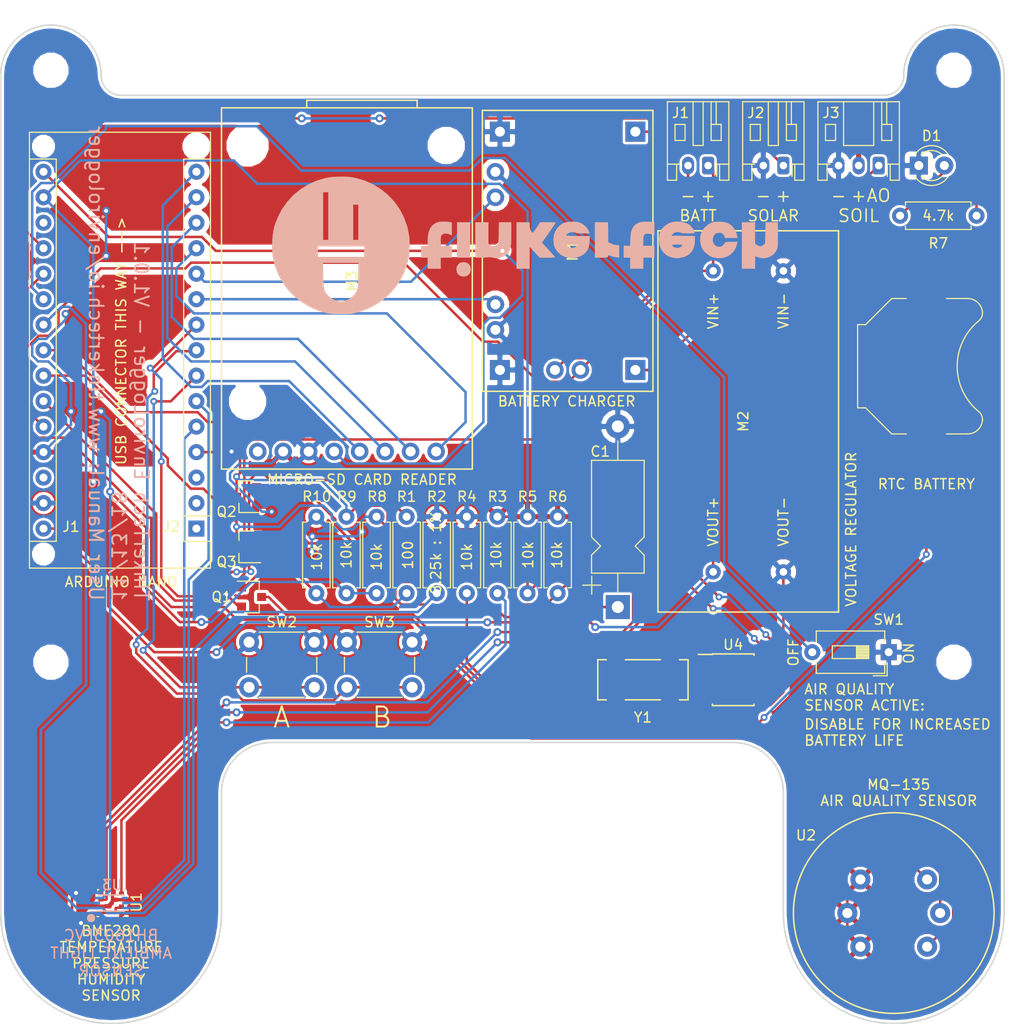
<source format=kicad_pcb>
(kicad_pcb (version 20171130) (host pcbnew "(5.0.1)-3")
  (layers (0 F.Cu signal) (31 B.Cu signal) (34 B.Paste user) (35 F.Paste user) (36 B.SilkS user) (37 F.SilkS user) (38 B.Mask user) (39 F.Mask user) (44 Edge.Cuts user))
  (net 0 "")
  (net 1 D1)
  (net 2 +3V3)
  (net 3 D0)
  (net 4 "Net-(A1-Pad18)")
  (net 5 "Net-(A1-Pad3)")
  (net 6 GAIN_CTR_1)
  (net 7 GAIN_CTR_2)
  (net 8 SDA_5V)
  (net 9 SCK_5V)
  (net 10 MQ-150_OUT)
  (net 11 MQ-150_Toggle)
  (net 12 SOIL_MOISTURE_OUT)
  (net 13 CHG_ACTIVE)
  (net 14 BATT+)
  (net 15 CHG_STBY)
  (net 16 +5V)
  (net 17 CARD_DETECT)
  (net 18 "Net-(A1-Pad28)")
  (net 19 SPI_SS)
  (net 20 SPI_MOSI)
  (net 21 NANO_VIN)
  (net 22 SPI_MISO)
  (net 23 SPI_CLK)
  (net 24 BATT-)
  (net 25 SOLAR+)
  (net 26 "Net-(M3-Pad8)")
  (net 27 SDA_3.3V)
  (net 28 SCK_3.3V)
  (net 29 "Net-(R4-Pad1)")
  (net 30 "Net-(U3-Pad4)")
  (net 31 GND)
  (net 32 LIGHT_SENSE_CURRENT)
  (net 33 MQ-135_OVERRIDE)
  (net 34 INDICATOR_LED)
  (net 35 BUTTON_1)
  (net 36 BUTTON_2)
  (net 37 "Net-(D1-Pad2)")
  (net 38 "Net-(R3-Pad2)")
  (net 39 "Net-(Q1-Pad1)")
  (net 40 "Net-(Q1-Pad3)")
  (net 41 "Net-(BT1-Pad1)")
  (net 42 "Net-(U4-Pad1)")
  (net 43 "Net-(U4-Pad2)")
  (net 44 "Net-(U4-Pad7)")
  (module TT_Module:MT3608_Boost_Regulator (layer F.Cu) (at 86.5 138 90)
    (fp_text reference M2 (at 0 -0.5 90) (layer F.SilkS))
    (fp_text value MT3608_Boost_Regulator)
    (pad 4 thru_hole circle (at 15 -3.5 90) (size 1.524 1.524) (drill 0.762) (layers *.Cu *.Mask) (net 14 BATT+))
    (pad 3 thru_hole circle (at 15 3.5 90) (size 1.524 1.524) (drill 0.762) (layers *.Cu *.Mask) (net 31 GND))
    (pad 2 thru_hole circle (at -15 3.5 90) (size 1.524 1.524) (drill 0.762) (layers *.Cu *.Mask) (net 31 GND))
    (pad 1 thru_hole circle (at -15 -3.5 90) (size 1.524 1.524) (drill 0.762) (layers *.Cu *.Mask) (net 21 NANO_VIN))
  )
  (module Connector_JST:JST_PH_S2B-PH-K_1x02_P2.00mm_Horizontal (layer F.Cu) (at 82.5 112.5 180)
    (fp_text reference J1 (at 2.75 5.25 180) (layer F.SilkS))
    (fp_text value Conn_01x02_Male)
    (pad 2 thru_hole oval (at 2 0 180) (size 1.2 1.75) (drill 0.75) (layers *.Cu *.Mask) (net 24 BATT-))
    (pad 1 thru_hole roundrect (at 0 0 180) (size 1.2 1.75) (drill 0.75) (layers *.Cu *.Mask) (roundrect_rratio 0.208333) (net 14 BATT+))
  )
  (module TT_Module:RobotDyn_MicroSD_Card_Reader (layer F.Cu) (at 46.5 141 270)
    (fp_text reference M3 (at -17 -0.5 270) (layer F.SilkS))
    (fp_text value RobotDyn_MicroSD_Card_Reader)
    (pad "" np_thru_hole circle (at -30.5 -9.9 270) (size 3.2 3.2) (drill 3.2) (layers *.Cu *.Mask))
    (pad "" np_thru_hole circle (at -30.5 9.9 270) (size 3.2 3.2) (drill 3.2) (layers *.Cu *.Mask))
    (pad "" np_thru_hole circle (at -5 9.9 270) (size 3.2 3.2) (drill 3.2) (layers *.Cu *.Mask))
    (pad "" np_thru_hole circle (at -5 -9.9 270) (size 3.2 3.2) (drill 3.2) (layers *.Cu *.Mask))
    (pad 1 thru_hole circle (at 0 -8.89 270) (size 1.75 1.75) (drill 1) (layers *.Cu *.Mask) (net 17 CARD_DETECT))
    (pad 2 thru_hole circle (at 0 -6.35 270) (size 1.75 1.75) (drill 1) (layers *.Cu *.Mask) (net 19 SPI_SS))
    (pad 3 thru_hole circle (at 0 -3.81 270) (size 1.75 1.75) (drill 1) (layers *.Cu *.Mask) (net 20 SPI_MOSI))
    (pad 4 thru_hole circle (at 0 -1.27 270) (size 1.75 1.75) (drill 1) (layers *.Cu *.Mask) (net 22 SPI_MISO))
    (pad 5 thru_hole circle (at 0 1.27 270) (size 1.75 1.75) (drill 1) (layers *.Cu *.Mask) (net 23 SPI_CLK))
    (pad 6 thru_hole circle (at 0 3.81 270) (size 1.75 1.75) (drill 1) (layers *.Cu *.Mask) (net 31 GND))
    (pad 7 thru_hole circle (at 0 6.35 270) (size 1.75 1.75) (drill 1) (layers *.Cu *.Mask) (net 2 +3V3))
    (pad 8 thru_hole circle (at 0 8.89 270) (size 1.75 1.75) (drill 1) (layers *.Cu *.Mask) (net 26 "Net-(M3-Pad8)"))
  )
  (module Module:Arduino_Nano_WithMountingHoles (layer F.Cu) (at 31.5 148.68 180)
    (fp_text reference A1 hide)
    (fp_text value Arduino_Nano_v3.x)
    (pad "" np_thru_hole circle (at 0 38.1 180) (size 1.78 1.78) (drill 1.78) (layers *.Cu *.Mask))
    (pad "" np_thru_hole circle (at 15.24 38.1 180) (size 1.78 1.78) (drill 1.78) (layers *.Cu *.Mask))
    (pad "" np_thru_hole circle (at 15.24 -2.54 180) (size 1.78 1.78) (drill 1.78) (layers *.Cu *.Mask))
    (pad "" np_thru_hole circle (at 0 -2.54 180) (size 1.78 1.78) (drill 1.78) (layers *.Cu *.Mask))
    (pad 16 thru_hole oval (at 15.24 35.56 180) (size 1.6 1.6) (drill 0.8) (layers *.Cu *.Mask) (net 23 SPI_CLK))
    (pad 15 thru_hole oval (at 0 35.56 180) (size 1.6 1.6) (drill 0.8) (layers *.Cu *.Mask) (net 22 SPI_MISO))
    (pad 30 thru_hole oval (at 15.24 0 180) (size 1.6 1.6) (drill 0.8) (layers *.Cu *.Mask) (net 21 NANO_VIN))
    (pad 14 thru_hole oval (at 0 33.02 180) (size 1.6 1.6) (drill 0.8) (layers *.Cu *.Mask) (net 20 SPI_MOSI))
    (pad 29 thru_hole oval (at 15.24 2.54 180) (size 1.6 1.6) (drill 0.8) (layers *.Cu *.Mask) (net 31 GND))
    (pad 13 thru_hole oval (at 0 30.48 180) (size 1.6 1.6) (drill 0.8) (layers *.Cu *.Mask) (net 19 SPI_SS))
    (pad 28 thru_hole oval (at 15.24 5.08 180) (size 1.6 1.6) (drill 0.8) (layers *.Cu *.Mask) (net 18 "Net-(A1-Pad28)"))
    (pad 12 thru_hole oval (at 0 27.94 180) (size 1.6 1.6) (drill 0.8) (layers *.Cu *.Mask) (net 17 CARD_DETECT))
    (pad 27 thru_hole oval (at 15.24 7.62 180) (size 1.6 1.6) (drill 0.8) (layers *.Cu *.Mask) (net 16 +5V))
    (pad 11 thru_hole oval (at 0 25.4 180) (size 1.6 1.6) (drill 0.8) (layers *.Cu *.Mask) (net 15 CHG_STBY))
    (pad 26 thru_hole oval (at 15.24 10.16 180) (size 1.6 1.6) (drill 0.8) (layers *.Cu *.Mask) (net 14 BATT+))
    (pad 10 thru_hole oval (at 0 22.86 180) (size 1.6 1.6) (drill 0.8) (layers *.Cu *.Mask) (net 13 CHG_ACTIVE))
    (pad 25 thru_hole oval (at 15.24 12.7 180) (size 1.6 1.6) (drill 0.8) (layers *.Cu *.Mask) (net 12 SOIL_MOISTURE_OUT))
    (pad 9 thru_hole oval (at 0 20.32 180) (size 1.6 1.6) (drill 0.8) (layers *.Cu *.Mask) (net 11 MQ-150_Toggle))
    (pad 24 thru_hole oval (at 15.24 15.24 180) (size 1.6 1.6) (drill 0.8) (layers *.Cu *.Mask) (net 9 SCK_5V))
    (pad 8 thru_hole oval (at 0 17.78 180) (size 1.6 1.6) (drill 0.8) (layers *.Cu *.Mask) (net 36 BUTTON_2))
    (pad 23 thru_hole oval (at 15.24 17.78 180) (size 1.6 1.6) (drill 0.8) (layers *.Cu *.Mask) (net 8 SDA_5V))
    (pad 7 thru_hole oval (at 0 15.24 180) (size 1.6 1.6) (drill 0.8) (layers *.Cu *.Mask) (net 35 BUTTON_1))
    (pad 22 thru_hole oval (at 15.24 20.32 180) (size 1.6 1.6) (drill 0.8) (layers *.Cu *.Mask) (net 32 LIGHT_SENSE_CURRENT))
    (pad 6 thru_hole oval (at 0 12.7 180) (size 1.6 1.6) (drill 0.8) (layers *.Cu *.Mask) (net 7 GAIN_CTR_2))
    (pad 21 thru_hole oval (at 15.24 22.86 180) (size 1.6 1.6) (drill 0.8) (layers *.Cu *.Mask) (net 33 MQ-135_OVERRIDE))
    (pad 5 thru_hole oval (at 0 10.16 180) (size 1.6 1.6) (drill 0.8) (layers *.Cu *.Mask) (net 6 GAIN_CTR_1))
    (pad 20 thru_hole oval (at 15.24 25.4 180) (size 1.6 1.6) (drill 0.8) (layers *.Cu *.Mask) (net 10 MQ-150_OUT))
    (pad 4 thru_hole oval (at 0 7.62 180) (size 1.6 1.6) (drill 0.8) (layers *.Cu *.Mask) (net 31 GND))
    (pad 19 thru_hole oval (at 15.24 27.94 180) (size 1.6 1.6) (drill 0.8) (layers *.Cu *.Mask) (net 34 INDICATOR_LED))
    (pad 3 thru_hole oval (at 0 5.08 180) (size 1.6 1.6) (drill 0.8) (layers *.Cu *.Mask) (net 5 "Net-(A1-Pad3)"))
    (pad 18 thru_hole oval (at 15.24 30.48 180) (size 1.6 1.6) (drill 0.8) (layers *.Cu *.Mask) (net 4 "Net-(A1-Pad18)"))
    (pad 2 thru_hole oval (at 0 2.54 180) (size 1.6 1.6) (drill 0.8) (layers *.Cu *.Mask) (net 3 D0))
    (pad 17 thru_hole oval (at 15.24 33.02 180) (size 1.6 1.6) (drill 0.8) (layers *.Cu *.Mask) (net 2 +3V3))
    (pad 1 thru_hole rect (at 0 0 180) (size 1.6 1.6) (drill 0.8) (layers *.Cu *.Mask) (net 1 D1))
  )
  (module TT_Module:RobotDyn_Li-Ion_Charger_W-Protection (layer F.Cu) (at 68.5 121 270)
    (fp_text reference M1 (at 0 -0.5 270) (layer F.SilkS))
    (fp_text value RobotDyn_Li-Ion_Charger_W-Protection)
    (pad 10 thru_hole rect (at 11.875 -6.75 270) (size 2 2) (drill 1) (layers *.Cu *.Mask) (net 21 NANO_VIN))
    (pad 9 thru_hole circle (at 11.875 -1.27 270) (size 1.75 1.75) (drill 1) (layers *.Cu *.Mask) (net 14 BATT+))
    (pad 8 thru_hole circle (at 11.875 1.27 270) (size 1.75 1.75) (drill 1) (layers *.Cu *.Mask) (net 24 BATT-))
    (pad 7 thru_hole rect (at 11.875 6.75 270) (size 2 2) (drill 1) (layers *.Cu *.Mask) (net 31 GND))
    (pad 6 thru_hole circle (at 7.875 7.2 270) (size 1.75 1.75) (drill 1) (layers *.Cu *.Mask) (net 31 GND))
    (pad 5 thru_hole circle (at 5.335 7.2 270) (size 1.75 1.75) (drill 1) (layers *.Cu *.Mask) (net 13 CHG_ACTIVE))
    (pad 4 thru_hole circle (at -5.335 7.2 270) (size 1.75 1.75) (drill 1) (layers *.Cu *.Mask) (net 15 CHG_STBY))
    (pad 3 thru_hole circle (at -7.875 7.2 270) (size 1.75 1.75) (drill 1) (layers *.Cu *.Mask) (net 31 GND))
    (pad 2 thru_hole rect (at -11.875 6.75 270) (size 2 2) (drill 1) (layers *.Cu *.Mask) (net 31 GND))
    (pad 1 thru_hole rect (at -11.875 -6.75 270) (size 2 2) (drill 1) (layers *.Cu *.Mask) (net 25 SOLAR+))
  )
  (module Package_TO_SOT_SMD:SOT-23 (layer F.Cu) (at 37 155.5)
    (fp_text reference Q1 (at -3 0) (layer F.SilkS))
    (fp_text value DMN6140L)
    (pad 3 smd rect (at 1 0) (size 0.9 0.8) (layers F.Cu F.Paste F.Mask) (net 40 "Net-(Q1-Pad3)"))
    (pad 2 smd rect (at -1 0.95) (size 0.9 0.8) (layers F.Cu F.Paste F.Mask) (net 31 GND))
    (pad 1 smd rect (at -1 -0.95) (size 0.9 0.8) (layers F.Cu F.Paste F.Mask) (net 39 "Net-(Q1-Pad1)"))
  )
  (module Package_TO_SOT_SMD:SOT-23 (layer F.Cu) (at 36.5 145.5 180)
    (fp_text reference Q2 (at 2 -1.5 180) (layer F.SilkS))
    (fp_text value BSS138)
    (pad 3 smd rect (at 1 0 180) (size 0.9 0.8) (layers F.Cu F.Paste F.Mask) (net 8 SDA_5V))
    (pad 2 smd rect (at -1 0.95 180) (size 0.9 0.8) (layers F.Cu F.Paste F.Mask) (net 27 SDA_3.3V))
    (pad 1 smd rect (at -1 -0.95 180) (size 0.9 0.8) (layers F.Cu F.Paste F.Mask) (net 2 +3V3))
  )
  (module Package_TO_SOT_SMD:SOT-23 (layer F.Cu) (at 36.5 150.5 180)
    (fp_text reference Q3 (at 2 -1.5 180) (layer F.SilkS))
    (fp_text value BSS138)
    (pad 3 smd rect (at 1 0 180) (size 0.9 0.8) (layers F.Cu F.Paste F.Mask) (net 9 SCK_5V))
    (pad 2 smd rect (at -1 0.95 180) (size 0.9 0.8) (layers F.Cu F.Paste F.Mask) (net 28 SCK_3.3V))
    (pad 1 smd rect (at -1 -0.95 180) (size 0.9 0.8) (layers F.Cu F.Paste F.Mask) (net 2 +3V3))
  )
  (module Resistor_THT:R_Axial_DIN0207_L6.3mm_D2.5mm_P7.62mm_Horizontal (layer F.Cu) (at 52.45 155.12 90)
    (fp_text reference R1 (at 9.62 0 180) (layer F.SilkS))
    (fp_text value 100 (at 3.81 0.13 90) (layer F.SilkS))
    (pad 2 thru_hole oval (at 7.62 0 90) (size 1.6 1.6) (drill 0.8) (layers *.Cu *.Mask) (net 11 MQ-150_Toggle))
    (pad 1 thru_hole circle (at 0 0 90) (size 1.6 1.6) (drill 0.8) (layers *.Cu *.Mask) (net 39 "Net-(Q1-Pad1)"))
  )
  (module Resistor_THT:R_Axial_DIN0207_L6.3mm_D2.5mm_P7.62mm_Horizontal (layer F.Cu) (at 55.45 155.12 90)
    (fp_text reference R2 (at 9.62 0 180) (layer F.SilkS))
    (fp_text value "8.25k : 1%" (at 4.01 -0.07 90) (layer F.SilkS))
    (pad 2 thru_hole oval (at 7.62 0 90) (size 1.6 1.6) (drill 0.8) (layers *.Cu *.Mask) (net 31 GND))
    (pad 1 thru_hole circle (at 0 0 90) (size 1.6 1.6) (drill 0.8) (layers *.Cu *.Mask) (net 32 LIGHT_SENSE_CURRENT))
  )
  (module Resistor_THT:R_Axial_DIN0207_L6.3mm_D2.5mm_P7.62mm_Horizontal (layer F.Cu) (at 61.5 147.5 270)
    (fp_text reference R3 (at -2 0) (layer F.SilkS))
    (fp_text value 10k (at 3.81 0.12 270) (layer F.SilkS))
    (pad 2 thru_hole oval (at 7.62 0 270) (size 1.6 1.6) (drill 0.8) (layers *.Cu *.Mask) (net 38 "Net-(R3-Pad2)"))
    (pad 1 thru_hole circle (at 0 0 270) (size 1.6 1.6) (drill 0.8) (layers *.Cu *.Mask) (net 2 +3V3))
  )
  (module Resistor_THT:R_Axial_DIN0207_L6.3mm_D2.5mm_P7.62mm_Horizontal (layer F.Cu) (at 58.45 155.12 90)
    (fp_text reference R4 (at 9.62 0 -180) (layer F.SilkS))
    (fp_text value 10k (at 3.61 0 90) (layer F.SilkS))
    (pad 2 thru_hole oval (at 7.62 0 90) (size 1.6 1.6) (drill 0.8) (layers *.Cu *.Mask) (net 31 GND))
    (pad 1 thru_hole circle (at 0 0 90) (size 1.6 1.6) (drill 0.8) (layers *.Cu *.Mask) (net 29 "Net-(R4-Pad1)"))
  )
  (module Resistor_THT:R_Axial_DIN0207_L6.3mm_D2.5mm_P7.62mm_Horizontal (layer F.Cu) (at 64.5 155.12 90)
    (fp_text reference R5 (at 9.62 0 180) (layer F.SilkS))
    (fp_text value 10k (at 3.81 0.06 90) (layer F.SilkS))
    (pad 2 thru_hole oval (at 7.62 0 90) (size 1.6 1.6) (drill 0.8) (layers *.Cu *.Mask) (net 2 +3V3))
    (pad 1 thru_hole circle (at 0 0 90) (size 1.6 1.6) (drill 0.8) (layers *.Cu *.Mask) (net 27 SDA_3.3V))
  )
  (module Resistor_THT:R_Axial_DIN0207_L6.3mm_D2.5mm_P7.62mm_Horizontal (layer F.Cu) (at 67.5 155.12 90)
    (fp_text reference R6 (at 9.62 0 180) (layer F.SilkS))
    (fp_text value 10k (at 3.81 -0.06 90) (layer F.SilkS))
    (pad 2 thru_hole oval (at 7.62 0 90) (size 1.6 1.6) (drill 0.8) (layers *.Cu *.Mask) (net 2 +3V3))
    (pad 1 thru_hole circle (at 0 0 90) (size 1.6 1.6) (drill 0.8) (layers *.Cu *.Mask) (net 28 SCK_3.3V))
  )
  (module Package_LGA:Bosch_LGA-8_2.5x2.5mm_P0.65mm_ClockwisePinNumbering (layer F.Cu) (at 23 186 90)
    (fp_text reference U1 (at 0.075 2.525 90) (layer F.SilkS))
    (fp_text value BME280)
    (pad 5 smd rect (at 0.975 1.025 180) (size 0.5 0.35) (layers F.Cu F.Paste F.Mask) (net 38 "Net-(R3-Pad2)"))
    (pad 6 smd rect (at 0.325 1.025 180) (size 0.5 0.35) (layers F.Cu F.Paste F.Mask) (net 2 +3V3))
    (pad 7 smd rect (at -0.325 1.025 180) (size 0.5 0.35) (layers F.Cu F.Paste F.Mask) (net 31 GND))
    (pad 8 smd rect (at -0.975 1.025 180) (size 0.5 0.35) (layers F.Cu F.Paste F.Mask) (net 2 +3V3))
    (pad 1 smd rect (at -0.975 -1.025 180) (size 0.5 0.35) (layers F.Cu F.Paste F.Mask) (net 31 GND))
    (pad 2 smd rect (at -0.325 -1.025 180) (size 0.5 0.35) (layers F.Cu F.Paste F.Mask) (net 2 +3V3))
    (pad 3 smd rect (at 0.325 -1.025 180) (size 0.5 0.35) (layers F.Cu F.Paste F.Mask) (net 27 SDA_3.3V))
    (pad 4 smd rect (at 0.975 -1.025 180) (size 0.5 0.35) (layers F.Cu F.Paste F.Mask) (net 28 SCK_3.3V))
  )
  (module Sensor_Optical:WSOF6 (layer B.Cu) (at 23 186)
    (fp_text reference U3 (at 0.1 -1.8) (layer B.SilkS) (effects (justify mirror)))
    (fp_text value BH1603FVC)
    (pad 6 smd rect (at 1.375 0.5) (size 0.55 0.25) (layers B.Cu B.Paste B.Mask) (net 7 GAIN_CTR_2))
    (pad 5 smd rect (at 1.375 0) (size 0.55 0.25) (layers B.Cu B.Paste B.Mask) (net 6 GAIN_CTR_1))
    (pad 4 smd rect (at 1.375 -0.5) (size 0.55 0.25) (layers B.Cu B.Paste B.Mask) (net 30 "Net-(U3-Pad4)"))
    (pad 3 smd rect (at -1.375 -0.5) (size 0.55 0.25) (layers B.Cu B.Paste B.Mask) (net 16 +5V))
    (pad 2 smd rect (at -1.375 0) (size 0.55 0.25) (layers B.Cu B.Paste B.Mask) (net 31 GND))
    (pad 1 smd rect (at -1.375 0.5) (size 0.55 0.25) (layers B.Cu B.Paste B.Mask) (net 32 LIGHT_SENSE_CURRENT))
  )
  (module Capacitor_THT:CP_Axial_L11.0mm_D5.0mm_P18.00mm_Horizontal (layer F.Cu) (at 73.5 156.5 90)
    (fp_text reference C1 (at 15.5 -1.75) (layer F.SilkS))
    (fp_text value 12uF)
    (pad 2 thru_hole oval (at 18 0 90) (size 2.4 2.4) (drill 1.2) (layers *.Cu *.Mask) (net 31 GND))
    (pad 1 thru_hole rect (at 0 0 90) (size 2.4 2.4) (drill 1.2) (layers *.Cu *.Mask) (net 32 LIGHT_SENSE_CURRENT))
  )
  (module Sensor_Gas:MQ-135 (layer F.Cu) (at 101 187)
    (fp_text reference U2 (at -8.75 -7.75) (layer F.SilkS))
    (fp_text value MQ-135)
    (pad 6 thru_hole circle (at 3.325 -3.35) (size 2 2) (drill 1) (layers *.Cu *.Mask) (net 10 MQ-150_OUT))
    (pad 5 thru_hole circle (at 4.625 0) (size 2 2) (drill 1) (layers *.Cu *.Mask) (net 40 "Net-(Q1-Pad3)"))
    (pad 4 thru_hole circle (at 3.325 3.35) (size 2 2) (drill 1) (layers *.Cu *.Mask) (net 29 "Net-(R4-Pad1)"))
    (pad 3 thru_hole circle (at -3.325 3.35) (size 2 2) (drill 1) (layers *.Cu *.Mask) (net 16 +5V))
    (pad 2 thru_hole circle (at -4.625 0) (size 2 2) (drill 1) (layers *.Cu *.Mask) (net 16 +5V))
    (pad 1 thru_hole circle (at -3.325 -3.35) (size 2 2) (drill 1) (layers *.Cu *.Mask) (net 16 +5V))
  )
  (module Button_Switch_THT:SW_DIP_SPSTx01_Slide_6.7x4.1mm_W7.62mm_P2.54mm_LowProfile (layer F.Cu) (at 100.5 161 180)
    (fp_text reference SW1 (at 0 3.25) (layer F.SilkS))
    (fp_text value SW_SPST)
    (pad 2 thru_hole oval (at 7.62 0 180) (size 1.6 1.6) (drill 0.8) (layers *.Cu *.Mask) (net 33 MQ-135_OVERRIDE))
    (pad 1 thru_hole rect (at 0 0 180) (size 1.6 1.6) (drill 0.8) (layers *.Cu *.Mask) (net 31 GND))
  )
  (module MountingHole:MountingHole_3mm (layer F.Cu) (at 17 103)
    (fp_text reference H1 hide)
    (fp_text value MountingHole)
    (pad 1 np_thru_hole circle (at 0 0) (size 3 3) (drill 3) (layers *.Cu *.Mask))
  )
  (module MountingHole:MountingHole_3mm (layer F.Cu) (at 107 103)
    (fp_text reference H2 hide)
    (fp_text value MountingHole)
    (pad 1 np_thru_hole circle (at 0 0) (size 3 3) (drill 3) (layers *.Cu *.Mask))
  )
  (module MountingHole:MountingHole_3mm (layer F.Cu) (at 17 162)
    (fp_text reference H3 hide)
    (fp_text value MountingHole)
    (pad 1 np_thru_hole circle (at 0 0) (size 3 3) (drill 3) (layers *.Cu *.Mask))
  )
  (module MountingHole:MountingHole_3mm (layer F.Cu) (at 107 162)
    (fp_text reference H4 hide)
    (fp_text value MountingHole)
    (pad 1 np_thru_hole circle (at 0 0) (size 3 3) (drill 3) (layers *.Cu *.Mask))
  )
  (module LED_THT:LED_D3.0mm (layer F.Cu) (at 103.5 112.5)
    (fp_text reference D1 (at 1.27 -2.96) (layer F.SilkS))
    (fp_text value LED)
    (pad 2 thru_hole circle (at 2.54 0) (size 1.8 1.8) (drill 0.9) (layers *.Cu *.Mask) (net 37 "Net-(D1-Pad2)"))
    (pad 1 thru_hole rect (at 0 0) (size 1.8 1.8) (drill 0.9) (layers *.Cu *.Mask) (net 31 GND))
  )
  (module Resistor_THT:R_Axial_DIN0207_L6.3mm_D2.5mm_P7.62mm_Horizontal (layer F.Cu) (at 109.25 117.5 180)
    (fp_text reference R7 (at 3.81 -2.75 180) (layer F.SilkS))
    (fp_text value 4.7k (at 3.81 0 180) (layer F.SilkS))
    (pad 2 thru_hole oval (at 7.62 0 180) (size 1.6 1.6) (drill 0.8) (layers *.Cu *.Mask) (net 37 "Net-(D1-Pad2)"))
    (pad 1 thru_hole circle (at 0 0 180) (size 1.6 1.6) (drill 0.8) (layers *.Cu *.Mask) (net 34 INDICATOR_LED))
  )
  (module Button_Switch_THT:SW_PUSH_6mm_H4.3mm (layer F.Cu) (at 36.75 160)
    (fp_text reference SW2 (at 3.25 -2) (layer F.SilkS))
    (fp_text value SW_Push)
    (pad 1 thru_hole circle (at 6.5 0 90) (size 2 2) (drill 1.1) (layers *.Cu *.Mask) (net 31 GND))
    (pad 2 thru_hole circle (at 6.5 4.5 90) (size 2 2) (drill 1.1) (layers *.Cu *.Mask) (net 35 BUTTON_1))
    (pad 1 thru_hole circle (at 0 0 90) (size 2 2) (drill 1.1) (layers *.Cu *.Mask) (net 31 GND))
    (pad 2 thru_hole circle (at 0 4.5 90) (size 2 2) (drill 1.1) (layers *.Cu *.Mask) (net 35 BUTTON_1))
  )
  (module Button_Switch_THT:SW_PUSH_6mm_H4.3mm (layer F.Cu) (at 46.5 160)
    (fp_text reference SW3 (at 3.25 -2) (layer F.SilkS))
    (fp_text value SW_Push)
    (pad 1 thru_hole circle (at 6.5 0 90) (size 2 2) (drill 1.1) (layers *.Cu *.Mask) (net 31 GND))
    (pad 2 thru_hole circle (at 6.5 4.5 90) (size 2 2) (drill 1.1) (layers *.Cu *.Mask) (net 36 BUTTON_2))
    (pad 1 thru_hole circle (at 0 0 90) (size 2 2) (drill 1.1) (layers *.Cu *.Mask) (net 31 GND))
    (pad 2 thru_hole circle (at 0 4.5 90) (size 2 2) (drill 1.1) (layers *.Cu *.Mask) (net 36 BUTTON_2))
  )
  (module Resistor_THT:R_Axial_DIN0207_L6.3mm_D2.5mm_P7.62mm_Horizontal (layer F.Cu) (at 49.45 147.5 270)
    (fp_text reference R8 (at -2 -0.05) (layer F.SilkS))
    (fp_text value 10k (at 4 0 270) (layer F.SilkS))
    (pad 2 thru_hole oval (at 7.62 0 270) (size 1.6 1.6) (drill 0.8) (layers *.Cu *.Mask) (net 16 +5V))
    (pad 1 thru_hole circle (at 0 0 270) (size 1.6 1.6) (drill 0.8) (layers *.Cu *.Mask) (net 9 SCK_5V))
  )
  (module Resistor_THT:R_Axial_DIN0207_L6.3mm_D2.5mm_P7.62mm_Horizontal (layer F.Cu) (at 46.45 147.5 270)
    (fp_text reference R9 (at -2 -0.05) (layer F.SilkS))
    (fp_text value 10k (at 3.81 0 270) (layer F.SilkS))
    (pad 2 thru_hole oval (at 7.62 0 270) (size 1.6 1.6) (drill 0.8) (layers *.Cu *.Mask) (net 16 +5V))
    (pad 1 thru_hole circle (at 0 0 270) (size 1.6 1.6) (drill 0.8) (layers *.Cu *.Mask) (net 8 SDA_5V))
  )
  (module Resistor_THT:R_Axial_DIN0207_L6.3mm_D2.5mm_P7.62mm_Horizontal (layer F.Cu) (at 43.45 147.5 270)
    (fp_text reference R10 (at -2 -0.05) (layer F.SilkS))
    (fp_text value 10k (at 4 -0.05 270) (layer F.SilkS))
    (pad 2 thru_hole oval (at 7.62 0 270) (size 1.6 1.6) (drill 0.8) (layers *.Cu *.Mask) (net 39 "Net-(Q1-Pad1)"))
    (pad 1 thru_hole circle (at 0 0 270) (size 1.6 1.6) (drill 0.8) (layers *.Cu *.Mask) (net 31 GND))
  )
  (module Connector_JST:JST_PH_S2B-PH-K_1x02_P2.00mm_Horizontal (layer F.Cu) (at 90 112.5 180)
    (fp_text reference J2 (at 2.75 5.25 180) (layer F.SilkS))
    (fp_text value Conn_01x02_Male)
    (pad 1 thru_hole roundrect (at 0 0 180) (size 1.2 1.75) (drill 0.75) (layers *.Cu *.Mask) (roundrect_rratio 0.208333) (net 25 SOLAR+))
    (pad 2 thru_hole oval (at 2 0 180) (size 1.2 1.75) (drill 0.75) (layers *.Cu *.Mask) (net 31 GND))
  )
  (module Connector_JST:JST_PH_S3B-PH-K_1x03_P2.00mm_Horizontal (layer F.Cu) (at 99.5 112.5 180)
    (fp_text reference J3 (at 4.75 5.25 180) (layer F.SilkS))
    (fp_text value Conn_01x03_Male)
    (pad 1 thru_hole roundrect (at 0 0 180) (size 1.2 1.75) (drill 0.75) (layers *.Cu *.Mask) (roundrect_rratio 0.208333) (net 12 SOIL_MOISTURE_OUT))
    (pad 2 thru_hole oval (at 2 0 180) (size 1.2 1.75) (drill 0.75) (layers *.Cu *.Mask) (net 16 +5V))
    (pad 3 thru_hole oval (at 4 0 180) (size 1.2 1.75) (drill 0.75) (layers *.Cu *.Mask) (net 31 GND))
  )
  (module Battery:BatteryHolder_Keystone_3000_1x12mm (layer F.Cu) (at 104.25 132.5 90)
    (fp_text reference BT1 hide)
    (fp_text value Battery_Cell)
    (pad 1 smd rect (at -7.9 0 90) (size 3.5 3.3) (layers F.Cu F.Paste F.Mask) (net 41 "Net-(BT1-Pad1)"))
    (pad 1 smd rect (at 7.9 0 90) (size 3.5 3.3) (layers F.Cu F.Paste F.Mask) (net 41 "Net-(BT1-Pad1)"))
    (pad 2 smd rect (at 0 0 90) (size 4 4) (layers F.Cu F.Mask) (net 31 GND))
  )
  (module Package_SO:SOIC-8_3.9x4.9mm_P1.27mm (layer F.Cu) (at 85 163.75)
    (fp_text reference U4 (at 0 -3.5) (layer F.SilkS))
    (fp_text value DS1307ZN+)
    (pad 1 smd rect (at -2.7 -1.905) (size 1.55 0.6) (layers F.Cu F.Paste F.Mask) (net 42 "Net-(U4-Pad1)"))
    (pad 2 smd rect (at -2.7 -0.635) (size 1.55 0.6) (layers F.Cu F.Paste F.Mask) (net 43 "Net-(U4-Pad2)"))
    (pad 3 smd rect (at -2.7 0.635) (size 1.55 0.6) (layers F.Cu F.Paste F.Mask) (net 41 "Net-(BT1-Pad1)"))
    (pad 4 smd rect (at -2.7 1.905) (size 1.55 0.6) (layers F.Cu F.Paste F.Mask) (net 31 GND))
    (pad 5 smd rect (at 2.7 1.905) (size 1.55 0.6) (layers F.Cu F.Paste F.Mask) (net 8 SDA_5V))
    (pad 6 smd rect (at 2.7 0.635) (size 1.55 0.6) (layers F.Cu F.Paste F.Mask) (net 9 SCK_5V))
    (pad 7 smd rect (at 2.7 -0.635) (size 1.55 0.6) (layers F.Cu F.Paste F.Mask) (net 44 "Net-(U4-Pad7)"))
    (pad 8 smd rect (at 2.7 -1.905) (size 1.55 0.6) (layers F.Cu F.Paste F.Mask) (net 16 +5V))
  )
  (module Crystal:Crystal_SMD_CardinalComponents_CPFB-4Pin_8.7x3.7mm (layer F.Cu) (at 76 163.75 180)
    (fp_text reference Y1 (at 0 -3.75 180) (layer F.SilkS))
    (fp_text value Crystal_GND23)
    (pad 4 smd rect (at -2.75 -1.6 180) (size 1.3 1.9) (layers F.Cu F.Paste F.Mask) (net 43 "Net-(U4-Pad2)"))
    (pad 1 smd rect (at -2.75 1.6 180) (size 1.3 1.9) (layers F.Cu F.Paste F.Mask) (net 42 "Net-(U4-Pad1)"))
    (pad 2 smd rect (at 2.75 1.6 180) (size 1.3 1.9) (layers F.Cu F.Paste F.Mask) (net 31 GND))
    (pad 3 smd rect (at 2.75 -1.6 180) (size 1.3 1.9) (layers F.Cu F.Paste F.Mask) (net 31 GND))
  )
  (module Symbol:TinkerTech-Logo_51.6x15mm_SilkScreen (layer B.Cu) (at 64.25 120.5)
    (fp_text reference G*** hide)
    (fp_text value LOGO hide)
  )
  (gr_text "RTC BATTERY" (at 104.25 144.25) (layer F.SilkS) (effects (font (size 1 1))))
  (gr_text J2 (at 29 148.5) (layer F.SilkS) (effects (font (size 1 1))))
  (gr_text J1 (at 19 148.5) (layer F.SilkS) (effects (font (size 1 1))))
  (gr_text VOUT- (at 90 148 90) (layer F.SilkS) (effects (font (size 1 1))))
  (gr_text VOUT+ (at 83 148 90) (layer F.SilkS) (effects (font (size 1 1))))
  (gr_text VIN- (at 90 127 90) (layer F.SilkS) (effects (font (size 1 1))))
  (gr_text VIN+ (at 83 127 90) (layer F.SilkS) (effects (font (size 1 1))))
  (gr_text B (at 50 167.5) (layer F.SilkS) (effects (font (size 2 2) (thickness 0.2))))
  (gr_text A (at 40 167.5) (layer F.SilkS) (effects (font (size 2 2) (thickness 0.2))))
  (gr_text "MQ-135\nAIR QUALITY SENSOR" (at 101.5 175) (layer F.SilkS) (effects (font (size 1 1))))
  (gr_text "DISABLE FOR INCREASED\nBATTERY LIFE" (at 92 169) (layer F.SilkS) (effects (font (size 1 1)) (justify left)))
  (gr_text ON (at 102.5 162.25 90) (layer F.SilkS) (effects (font (size 1 1)) (justify left)))
  (gr_text OFF (at 91 162.5 90) (layer F.SilkS) (effects (font (size 1 1)) (justify left)))
  (gr_text "VOLTAGE REGULATOR" (at 96.75 148.75 90) (layer F.SilkS) (effects (font (size 1 1))))
  (gr_text "BATTERY CHARGER" (at 68.4 136) (layer F.SilkS) (effects (font (size 1 1))))
  (gr_text "MICRO-SD CARD READER" (at 48 143.8) (layer F.SilkS) (effects (font (size 1 1))))
  (gr_text "AIR QUALITY \nSENSOR ACTIVE:" (at 92 165.5) (layer F.SilkS) (effects (font (size 1 1)) (justify left)))
  (gr_arc (start 85 175) (end 90 175) (angle -90) (layer Edge.Cuts) (width 0.15))
  (gr_arc (start 39 175) (end 39 170) (angle -90) (layer Edge.Cuts) (width 0.15))
  (gr_line (start 85 170) (end 39 170) (layer Edge.Cuts) (width 0.15))
  (gr_line (start 34 187) (end 34 175) (layer Edge.Cuts) (width 0.15))
  (gr_arc (start 23 187) (end 12 187) (angle -180) (layer Edge.Cuts) (width 0.15))
  (gr_line (start 90 187) (end 90 175) (layer Edge.Cuts) (width 0.15))
  (gr_arc (start 101 187) (end 90 187) (angle -180) (layer Edge.Cuts) (width 0.15))
  (gr_arc (start 100 103.5) (end 100 105.5) (angle -90) (layer Edge.Cuts) (width 0.15))
  (gr_arc (start 107 103.5) (end 112 103.5) (angle -180) (layer Edge.Cuts) (width 0.15))
  (gr_arc (start 24 103.5) (end 22 103.5) (angle -90) (layer Edge.Cuts) (width 0.15))
  (gr_arc (start 17 103.5) (end 22 103.5) (angle -90) (layer Edge.Cuts) (width 0.15))
  (gr_arc (start 17 103.5) (end 17 98.5) (angle -90) (layer Edge.Cuts) (width 0.15))
  (gr_line (start 12 103.5) (end 12 187) (layer Edge.Cuts) (width 0.15))
  (gr_line (start 100 105.5) (end 24 105.5) (layer Edge.Cuts) (width 0.15))
  (gr_line (start 112 187) (end 112 103.5) (layer Edge.Cuts) (width 0.15))
  (gr_text "ARDUINO NANO" (at 24 154) (layer F.SilkS) (effects (font (size 1 1))))
  (gr_text - (at 80.5 115.5) (layer F.SilkS) (effects (font (size 1.25 1.25))))
  (gr_text "USB CONNECTOR THIS WAY -->" (at 24 142.43 90) (layer F.SilkS) (effects (font (size 1 1)) (justify left)))
  (gr_circle (center 21 187.5) (end 21.2 187.5) (layer B.SilkS) (width 0.4))
  (gr_circle (center 21 187.5) (end 21.2 187.5) (layer F.SilkS) (width 0.4))
  (gr_text "TinkerTech EnviroLogger - V1.0.1\n11/13/18\nUser Manual: www.tinkertech.io/envirologger" (at 23.75 156 270) (layer B.SilkS) (effects (font (size 1.4 1.4) (thickness 0.19)) (justify left mirror)))
  (gr_text "BME280\nTEMPERATURE\nPRESSURE\nHUMIDITY\nSENSOR" (at 23 192) (layer F.SilkS) (effects (font (size 1 1))))
  (gr_text SOLAR (at 89 117.5) (layer F.SilkS) (effects (font (size 1.1 1.1))))
  (gr_text "BH1603FVC\nAMBIENT LIGHT\nSENSOR" (at 23 191) (layer B.SilkS) (effects (font (size 1.1 1.1)) (justify mirror)))
  (gr_line (start 60 135) (end 60 134.5) (layer F.SilkS) (width 0.15))
  (gr_text + (at 82.5 115.5) (layer F.SilkS) (effects (font (size 1.25 1.25))))
  (gr_text + (at 90 115.5) (layer F.SilkS) (effects (font (size 1.25 1.25))))
  (gr_text + (at 97.5 115.5) (layer F.SilkS) (effects (font (size 1.25 1.25))))
  (gr_text AO (at 99.5 115.5) (layer F.SilkS) (effects (font (size 1.25 1.25))))
  (gr_text - (at 95.5 115.5) (layer F.SilkS) (effects (font (size 1.25 1.25))))
  (gr_text - (at 88 115.5) (layer F.SilkS) (effects (font (size 1.25 1.25))))
  (gr_text SOIL (at 97.5 117.5) (layer F.SilkS) (effects (font (size 1.25 1.25))))
  (gr_text BATT (at 81.5 117.5) (layer F.SilkS) (effects (font (size 1.1 1.1))))
  (segment (start 61.5 147.5) (end 64.5 147.5) (width 0.25) (layer F.Cu) (net 2))
  (segment (start 64.5 147.5) (end 67.5 147.5) (width 0.25) (layer F.Cu) (net 2))
  (via (at 43 151) (size 0.8) (drill 0.4) (layers F.Cu B.Cu) (net 2))
  (via (at 48 149) (size 0.8) (drill 0.4) (layers F.Cu B.Cu) (net 2))
  (segment (start 48 149) (end 47.54719 149.45281) (width 0.25) (layer B.Cu) (net 2))
  (via (at 43.058329 149.45281) (size 0.8) (drill 0.4) (layers F.Cu B.Cu) (net 2))
  (segment (start 43 149.511139) (end 43.058329 149.45281) (width 0.25) (layer B.Cu) (net 2))
  (segment (start 47.54719 149.45281) (end 43.624014 149.45281) (width 0.25) (layer B.Cu) (net 2))
  (segment (start 43.624014 149.45281) (end 43.058329 149.45281) (width 0.25) (layer B.Cu) (net 2))
  (segment (start 43 151) (end 43 149.511139) (width 0.25) (layer B.Cu) (net 2))
  (segment (start 16.26 115.66) (end 21.22501 120.62501) (width 0.25) (layer B.Cu) (net 2))
  (segment (start 21.22501 143.434315) (end 21.22501 144) (width 0.25) (layer B.Cu) (net 2))
  (via (at 21.22501 144) (size 0.8) (drill 0.4) (layers F.Cu B.Cu) (net 2))
  (segment (start 21.22501 120.62501) (end 21.22501 143.434315) (width 0.25) (layer B.Cu) (net 2))
  (segment (start 64.5 117.088998) (end 64.5 146.36863) (width 0.25) (layer B.Cu) (net 2))
  (segment (start 61.736003 114.325001) (end 64.5 117.088998) (width 0.25) (layer B.Cu) (net 2))
  (segment (start 37.575999 114.325001) (end 61.736003 114.325001) (width 0.25) (layer B.Cu) (net 2))
  (segment (start 35.245997 111.994999) (end 37.575999 114.325001) (width 0.25) (layer B.Cu) (net 2))
  (segment (start 16.26 115.66) (end 19.925001 111.994999) (width 0.25) (layer B.Cu) (net 2))
  (segment (start 19.925001 111.994999) (end 35.245997 111.994999) (width 0.25) (layer B.Cu) (net 2))
  (segment (start 64.5 146.36863) (end 64.5 147.5) (width 0.25) (layer B.Cu) (net 2))
  (via (at 39 147) (size 0.6858) (drill 0.3302) (layers F.Cu B.Cu) (net 2))
  (segment (start 37.5 146.45) (end 38.45 146.45) (width 0.25) (layer F.Cu) (net 2))
  (segment (start 38.45 146.45) (end 39 147) (width 0.25) (layer F.Cu) (net 2))
  (segment (start 34.854299 143.809937) (end 34.854299 143.145701) (width 0.25) (layer B.Cu) (net 2))
  (segment (start 39 147) (end 38.044362 147) (width 0.25) (layer B.Cu) (net 2))
  (segment (start 38.044362 147) (end 34.854299 143.809937) (width 0.25) (layer B.Cu) (net 2))
  (segment (start 39.275001 141.874999) (end 40.15 141) (width 0.25) (layer B.Cu) (net 2))
  (segment (start 38.972199 142.177801) (end 39.275001 141.874999) (width 0.25) (layer B.Cu) (net 2))
  (segment (start 35.822199 142.177801) (end 38.972199 142.177801) (width 0.25) (layer B.Cu) (net 2))
  (segment (start 34.854299 143.145701) (end 35.822199 142.177801) (width 0.25) (layer B.Cu) (net 2))
  (segment (start 26 186) (end 24.375 186) (width 0.25) (layer B.Cu) (net 6))
  (segment (start 30.284999 181.715001) (end 26 186) (width 0.25) (layer B.Cu) (net 6))
  (segment (start 31.5 138.52) (end 30.284999 139.735001) (width 0.25) (layer B.Cu) (net 6))
  (segment (start 30.284999 139.735001) (end 30.284999 181.715001) (width 0.25) (layer B.Cu) (net 6))
  (segment (start 24.375 186.5) (end 26 186.5) (width 0.25) (layer B.Cu) (net 7))
  (segment (start 32.715001 151.803201) (end 30.735009 153.783193) (width 0.25) (layer B.Cu) (net 7))
  (segment (start 31.5 135.98) (end 32.715001 137.195001) (width 0.25) (layer B.Cu) (net 7))
  (segment (start 32.715001 137.195001) (end 32.715001 151.803201) (width 0.25) (layer B.Cu) (net 7))
  (segment (start 26.13641 186.5) (end 26 186.5) (width 0.25) (layer B.Cu) (net 7))
  (segment (start 30.735008 181.901402) (end 26.13641 186.5) (width 0.25) (layer B.Cu) (net 7))
  (segment (start 30.735009 153.783193) (end 30.735008 181.901402) (width 0.25) (layer B.Cu) (net 7))
  (via (at 35.5 143.5) (size 0.6858) (drill 0.3302) (layers F.Cu B.Cu) (net 8))
  (segment (start 35.5 145.5) (end 35.5 143.5) (width 0.25) (layer F.Cu) (net 8))
  (segment (start 46.45 146.36863) (end 46.45 147.5) (width 0.25) (layer B.Cu) (net 8))
  (segment (start 43.924269 143.842899) (end 46.45 146.36863) (width 0.25) (layer B.Cu) (net 8))
  (segment (start 35.842899 143.842899) (end 43.924269 143.842899) (width 0.25) (layer B.Cu) (net 8))
  (segment (start 35.5 143.5) (end 35.842899 143.842899) (width 0.25) (layer B.Cu) (net 8))
  (segment (start 35.842899 143.157101) (end 35.842899 138.059045) (width 0.25) (layer F.Cu) (net 8))
  (segment (start 35.5 143.5) (end 35.842899 143.157101) (width 0.25) (layer F.Cu) (net 8))
  (segment (start 17.39137 130.9) (end 16.26 130.9) (width 0.25) (layer F.Cu) (net 8))
  (segment (start 18.460652 130.9) (end 17.39137 130.9) (width 0.25) (layer F.Cu) (net 8))
  (segment (start 24.643453 137.082801) (end 18.460652 130.9) (width 0.25) (layer F.Cu) (net 8))
  (segment (start 31.626557 137.082801) (end 24.643453 137.082801) (width 0.25) (layer F.Cu) (net 8))
  (segment (start 32.602801 138.059045) (end 31.626557 137.082801) (width 0.25) (layer F.Cu) (net 8))
  (segment (start 35.842899 138.059045) (end 32.602801 138.059045) (width 0.25) (layer F.Cu) (net 8))
  (segment (start 83.237212 155.157046) (end 83.580111 155.499945) (width 0.25) (layer F.Cu) (net 8))
  (segment (start 46.45 147.5) (end 47.552801 146.397199) (width 0.25) (layer F.Cu) (net 8))
  (segment (start 47.552801 146.397199) (end 49.979345 146.397199) (width 0.25) (layer F.Cu) (net 8))
  (segment (start 49.979345 146.397199) (end 50.552801 146.970655) (width 0.25) (layer F.Cu) (net 8))
  (segment (start 50.552801 146.970655) (end 50.552801 147.802801) (width 0.25) (layer F.Cu) (net 8))
  (segment (start 51.5 148.75) (end 76.830166 148.75) (width 0.25) (layer F.Cu) (net 8))
  (segment (start 50.552801 147.802801) (end 51.5 148.75) (width 0.25) (layer F.Cu) (net 8))
  (via (at 83.580111 155.499945) (size 0.6858) (drill 0.3302) (layers F.Cu B.Cu) (net 8))
  (segment (start 76.830166 148.75) (end 83.237212 155.157046) (width 0.25) (layer F.Cu) (net 8))
  (segment (start 88.175 165.655) (end 89.205611 164.624389) (width 0.25) (layer F.Cu) (net 8))
  (segment (start 87.7 165.655) (end 88.175 165.655) (width 0.25) (layer F.Cu) (net 8))
  (segment (start 89.205611 160.205627) (end 88.592883 159.592899) (width 0.25) (layer F.Cu) (net 8))
  (segment (start 88.592883 159.592899) (end 88.249984 159.25) (width 0.25) (layer F.Cu) (net 8))
  (via (at 88.249984 159.25) (size 0.6858) (drill 0.3302) (layers F.Cu B.Cu) (net 8))
  (segment (start 89.205611 164.624389) (end 89.205611 160.205627) (width 0.25) (layer F.Cu) (net 8))
  (segment (start 84.499929 155.499945) (end 83.580111 155.499945) (width 0.25) (layer B.Cu) (net 8))
  (segment (start 88.249984 159.25) (end 84.499929 155.499945) (width 0.25) (layer B.Cu) (net 8))
  (via (at 35.5 148.5) (size 0.6858) (drill 0.3302) (layers F.Cu B.Cu) (net 9))
  (segment (start 35.5 150.5) (end 35.5 148.5) (width 0.25) (layer F.Cu) (net 9))
  (segment (start 48.36863 147.5) (end 49.5 147.5) (width 0.25) (layer B.Cu) (net 9))
  (segment (start 47.11863 148.75) (end 48.36863 147.5) (width 0.25) (layer B.Cu) (net 9))
  (segment (start 46.067854 148.75) (end 47.11863 148.75) (width 0.25) (layer B.Cu) (net 9))
  (segment (start 39.75 148.5) (end 41.852801 146.397199) (width 0.25) (layer B.Cu) (net 9))
  (segment (start 35.5 148.5) (end 39.75 148.5) (width 0.25) (layer B.Cu) (net 9))
  (segment (start 44.147199 146.397199) (end 45 147.25) (width 0.25) (layer B.Cu) (net 9))
  (segment (start 45 147.25) (end 45 147.682146) (width 0.25) (layer B.Cu) (net 9))
  (segment (start 41.852801 146.397199) (end 44.147199 146.397199) (width 0.25) (layer B.Cu) (net 9))
  (segment (start 45 147.682146) (end 46.067854 148.75) (width 0.25) (layer B.Cu) (net 9))
  (segment (start 20.395638 133.44) (end 16.687809 133.44) (width 0.25) (layer F.Cu) (net 9))
  (segment (start 28.645701 141.690063) (end 20.395638 133.44) (width 0.25) (layer F.Cu) (net 9))
  (segment (start 28.645701 142.395701) (end 28.645701 141.690063) (width 0.25) (layer F.Cu) (net 9))
  (segment (start 30.952801 144.702801) (end 28.645701 142.395701) (width 0.25) (layer F.Cu) (net 9))
  (segment (start 32.187734 144.702801) (end 30.952801 144.702801) (width 0.25) (layer F.Cu) (net 9))
  (segment (start 35.5 148.015067) (end 32.187734 144.702801) (width 0.25) (layer F.Cu) (net 9))
  (segment (start 35.5 148.5) (end 35.5 148.015067) (width 0.25) (layer F.Cu) (net 9))
  (segment (start 87.104298 159.629256) (end 87.104298 159.629256) (width 0.25) (layer F.Cu) (net 9))
  (segment (start 53.02219 151.07219) (end 77.36655 151.07219) (width 0.25) (layer F.Cu) (net 9))
  (segment (start 82.940062 156.645702) (end 83 156.645702) (width 0.25) (layer F.Cu) (net 9))
  (segment (start 88.175 164.385) (end 87.7 164.385) (width 0.25) (layer F.Cu) (net 9))
  (segment (start 88.7778 163.7822) (end 88.175 164.385) (width 0.25) (layer F.Cu) (net 9))
  (segment (start 88.7778 161.302758) (end 88.7778 163.7822) (width 0.25) (layer F.Cu) (net 9))
  (segment (start 84.120744 156.645702) (end 87.104298 159.629256) (width 0.25) (layer B.Cu) (net 9))
  (segment (start 49.45 147.5) (end 53.02219 151.07219) (width 0.25) (layer F.Cu) (net 9))
  (segment (start 77.36655 151.07219) (end 82.940062 156.645702) (width 0.25) (layer F.Cu) (net 9))
  (segment (start 83 156.645702) (end 84.120744 156.645702) (width 0.25) (layer B.Cu) (net 9))
  (via (at 83 156.645702) (size 0.6858) (drill 0.3302) (layers F.Cu B.Cu) (net 9))
  (via (at 87.104298 159.629256) (size 0.6858) (drill 0.3302) (layers F.Cu B.Cu) (net 9))
  (segment (start 88.717241 161.242199) (end 87.104298 159.629256) (width 0.25) (layer F.Cu) (net 9))
  (segment (start 88.7778 161.302758) (end 88.717241 161.242199) (width 0.25) (layer F.Cu) (net 9))
  (segment (start 15.460001 124.079999) (end 16.26 123.28) (width 0.25) (layer F.Cu) (net 10))
  (segment (start 14.07219 125.46781) (end 15.460001 124.079999) (width 0.25) (layer F.Cu) (net 10))
  (segment (start 14.07219 137.964336) (end 14.07219 125.46781) (width 0.25) (layer F.Cu) (net 10))
  (segment (start 15.730655 139.622801) (end 14.07219 137.964336) (width 0.25) (layer F.Cu) (net 10))
  (segment (start 18.567946 139.622801) (end 15.730655 139.622801) (width 0.25) (layer F.Cu) (net 10))
  (segment (start 26.540143 147.594998) (end 18.567946 139.622801) (width 0.25) (layer F.Cu) (net 10))
  (segment (start 27 147.594998) (end 26.540143 147.594998) (width 0.25) (layer F.Cu) (net 10))
  (segment (start 27 154.5) (end 27 147.594998) (width 0.25) (layer F.Cu) (net 10))
  (segment (start 29 156.5) (end 27 154.5) (width 0.25) (layer F.Cu) (net 10))
  (segment (start 34.25 156.5) (end 29 156.5) (width 0.25) (layer F.Cu) (net 10))
  (segment (start 35.5 157.75) (end 34.25 156.5) (width 0.25) (layer F.Cu) (net 10))
  (segment (start 53 157.75) (end 35.5 157.75) (width 0.25) (layer F.Cu) (net 10))
  (segment (start 64.84999 169.59999) (end 53 157.75) (width 0.25) (layer F.Cu) (net 10))
  (segment (start 90.27499 169.59999) (end 64.84999 169.59999) (width 0.25) (layer F.Cu) (net 10))
  (segment (start 104.325 183.65) (end 90.27499 169.59999) (width 0.25) (layer F.Cu) (net 10))
  (segment (start 48.797199 143.847199) (end 38.847199 143.847199) (width 0.25) (layer F.Cu) (net 11))
  (segment (start 52.45 147.5) (end 48.797199 143.847199) (width 0.25) (layer F.Cu) (net 11))
  (segment (start 38.847199 143.847199) (end 38.25 143.25) (width 0.25) (layer F.Cu) (net 11))
  (via (at 36.920701 152.97592) (size 0.6858) (drill 0.3302) (layers F.Cu B.Cu) (net 11))
  (segment (start 36.747199 152.802418) (end 36.920701 152.97592) (width 0.25) (layer F.Cu) (net 11))
  (segment (start 36.747199 143.907759) (end 36.747199 152.802418) (width 0.25) (layer F.Cu) (net 11))
  (segment (start 38.25 143.25) (end 37.404958 143.25) (width 0.25) (layer F.Cu) (net 11))
  (segment (start 37.404958 143.25) (end 36.747199 143.907759) (width 0.25) (layer F.Cu) (net 11))
  (via (at 35.5 153) (size 0.6858) (drill 0.3302) (layers F.Cu B.Cu) (net 11))
  (segment (start 36.920701 152.97592) (end 35.52408 152.97592) (width 0.25) (layer B.Cu) (net 11))
  (segment (start 35.52408 152.97592) (end 35.5 153) (width 0.25) (layer B.Cu) (net 11))
  (segment (start 34.677809 153.322189) (end 32.572189 155.427809) (width 0.25) (layer F.Cu) (net 11))
  (segment (start 32.572189 155.427809) (end 29.654987 155.427809) (width 0.25) (layer F.Cu) (net 11))
  (segment (start 29.654987 155.427809) (end 28 153.772822) (width 0.25) (layer F.Cu) (net 11))
  (segment (start 28 153.772822) (end 28 142) (width 0.25) (layer F.Cu) (net 11))
  (segment (start 35 153) (end 34.677809 153.322189) (width 0.25) (layer F.Cu) (net 11))
  (segment (start 35.5 153) (end 35 153) (width 0.25) (layer F.Cu) (net 11))
  (via (at 28 142) (size 0.6858) (drill 0.3302) (layers F.Cu B.Cu) (net 11))
  (segment (start 27.240432 133.032194) (end 26.897533 132.689295) (width 0.25) (layer B.Cu) (net 11))
  (segment (start 31.5 128.36) (end 27.170705 132.689295) (width 0.25) (layer F.Cu) (net 11))
  (segment (start 28 133.791762) (end 27.240432 133.032194) (width 0.25) (layer B.Cu) (net 11))
  (segment (start 28 142) (end 28 133.791762) (width 0.25) (layer B.Cu) (net 11))
  (segment (start 27.170705 132.689295) (end 26.897533 132.689295) (width 0.25) (layer F.Cu) (net 11))
  (via (at 26.897533 132.689295) (size 0.6858) (drill 0.3302) (layers F.Cu B.Cu) (net 11))
  (segment (start 27.5 147.22) (end 16.26 135.98) (width 0.25) (layer F.Cu) (net 12))
  (segment (start 27.5 154) (end 27.5 147.22) (width 0.25) (layer F.Cu) (net 12))
  (segment (start 29.35562 155.85562) (end 27.5 154) (width 0.25) (layer F.Cu) (net 12))
  (segment (start 32.749394 155.85562) (end 29.35562 155.85562) (width 0.25) (layer F.Cu) (net 12))
  (segment (start 34.855014 153.75) (end 32.749394 155.85562) (width 0.25) (layer F.Cu) (net 12))
  (segment (start 35.705638 153.75) (end 34.855014 153.75) (width 0.25) (layer F.Cu) (net 12))
  (segment (start 36.275001 153.180637) (end 35.705638 153.75) (width 0.25) (layer F.Cu) (net 12))
  (segment (start 36.275001 140.558997) (end 36.275001 153.180637) (width 0.25) (layer F.Cu) (net 12))
  (segment (start 90.92501 119.07499) (end 79 131) (width 0.25) (layer F.Cu) (net 12))
  (segment (start 79 131) (end 74 131) (width 0.25) (layer F.Cu) (net 12))
  (segment (start 74 131) (end 65.200001 139.799999) (width 0.25) (layer F.Cu) (net 12))
  (segment (start 65.200001 139.799999) (end 37.033999 139.799999) (width 0.25) (layer F.Cu) (net 12))
  (segment (start 37.033999 139.799999) (end 36.275001 140.558997) (width 0.25) (layer F.Cu) (net 12))
  (segment (start 92.92501 119.07499) (end 99.5 112.5) (width 0.25) (layer F.Cu) (net 12))
  (segment (start 90.92501 119.07499) (end 92.92501 119.07499) (width 0.25) (layer F.Cu) (net 12))
  (segment (start 60.785 125.82) (end 61.3 126.335) (width 0.25) (layer B.Cu) (net 13))
  (segment (start 31.5 125.82) (end 60.785 125.82) (width 0.25) (layer B.Cu) (net 13))
  (segment (start 30.970655 122.177199) (end 52.177199 122.177199) (width 0.25) (layer F.Cu) (net 14))
  (segment (start 30.397199 122.750655) (end 30.970655 122.177199) (width 0.25) (layer F.Cu) (net 14))
  (segment (start 17.762948 126.940831) (end 21.953124 122.750655) (width 0.25) (layer F.Cu) (net 14))
  (segment (start 17.762948 128.489198) (end 17.762948 126.940831) (width 0.25) (layer F.Cu) (net 14))
  (segment (start 15.787199 129.462801) (end 16.789345 129.462801) (width 0.25) (layer F.Cu) (net 14))
  (segment (start 21.953124 122.750655) (end 30.397199 122.750655) (width 0.25) (layer F.Cu) (net 14))
  (segment (start 14.5 130.75) (end 15.787199 129.462801) (width 0.25) (layer F.Cu) (net 14))
  (segment (start 14.5 136.76) (end 14.5 130.75) (width 0.25) (layer F.Cu) (net 14))
  (segment (start 16.26 138.52) (end 14.5 136.76) (width 0.25) (layer F.Cu) (net 14))
  (segment (start 16.789345 129.462801) (end 17.762948 128.489198) (width 0.25) (layer F.Cu) (net 14))
  (segment (start 83 113) (end 82.5 112.5) (width 0.25) (layer F.Cu) (net 14))
  (segment (start 83 123) (end 83 113) (width 0.25) (layer F.Cu) (net 14))
  (segment (start 79.645 123) (end 83 123) (width 0.25) (layer F.Cu) (net 14))
  (segment (start 69.77 132.875) (end 79.645 123) (width 0.25) (layer F.Cu) (net 14))
  (segment (start 60.052801 130.052801) (end 61.552801 130.052801) (width 0.25) (layer F.Cu) (net 14))
  (segment (start 52.177199 122.177199) (end 60.052801 130.052801) (width 0.25) (layer F.Cu) (net 14))
  (segment (start 68.895001 133.749999) (end 69.77 132.875) (width 0.25) (layer F.Cu) (net 14))
  (segment (start 68.592199 134.052801) (end 68.895001 133.749999) (width 0.25) (layer F.Cu) (net 14))
  (segment (start 65.552801 134.052801) (end 68.592199 134.052801) (width 0.25) (layer F.Cu) (net 14))
  (segment (start 61.552801 130.052801) (end 65.552801 134.052801) (width 0.25) (layer F.Cu) (net 14))
  (segment (start 60.425001 116.539999) (end 61.3 115.665) (width 0.25) (layer B.Cu) (net 15))
  (segment (start 52.885001 124.079999) (end 60.425001 116.539999) (width 0.25) (layer B.Cu) (net 15))
  (segment (start 32.299999 124.079999) (end 52.885001 124.079999) (width 0.25) (layer B.Cu) (net 15))
  (segment (start 31.5 123.28) (end 32.299999 124.079999) (width 0.25) (layer B.Cu) (net 15))
  (via (at 22 137) (size 0.8) (drill 0.4) (layers F.Cu B.Cu) (net 16))
  (via (at 32 158) (size 0.8) (drill 0.4) (layers F.Cu B.Cu) (net 16))
  (segment (start 19 138.32) (end 19 137) (width 0.25) (layer B.Cu) (net 16))
  (segment (start 16.26 141.06) (end 19 138.32) (width 0.25) (layer B.Cu) (net 16))
  (via (at 19 137) (size 0.8) (drill 0.4) (layers F.Cu B.Cu) (net 16))
  (segment (start 19 137) (end 22 137) (width 0.25) (layer F.Cu) (net 16))
  (segment (start 22.399999 137.399999) (end 22 137) (width 0.25) (layer B.Cu) (net 16))
  (segment (start 22.904999 137.904999) (end 22.399999 137.399999) (width 0.25) (layer B.Cu) (net 16))
  (segment (start 22.904999 184.745001) (end 22.904999 145) (width 0.25) (layer B.Cu) (net 16))
  (segment (start 22.15 185.5) (end 22.904999 184.745001) (width 0.25) (layer B.Cu) (net 16))
  (segment (start 21.625 185.5) (end 22.15 185.5) (width 0.25) (layer B.Cu) (net 16))
  (segment (start 22.904999 145) (end 22.904999 137.904999) (width 0.25) (layer B.Cu) (net 16))
  (via (at 22.904999 145) (size 0.8) (drill 0.4) (layers F.Cu B.Cu) (net 16))
  (segment (start 26.5 148.595001) (end 22.904999 145) (width 0.25) (layer F.Cu) (net 16))
  (segment (start 26.5 154.63641) (end 26.5 148.595001) (width 0.25) (layer F.Cu) (net 16))
  (segment (start 32 158) (end 29.86359 158) (width 0.25) (layer F.Cu) (net 16))
  (segment (start 29.86359 158) (end 26.5 154.63641) (width 0.25) (layer F.Cu) (net 16))
  (via (at 22.5 121.5) (size 0.8) (drill 0.4) (layers F.Cu B.Cu) (net 16))
  (via (at 22.5 117) (size 0.8) (drill 0.4) (layers F.Cu B.Cu) (net 16))
  (segment (start 22.5 117) (end 22.5 121.5) (width 0.25) (layer B.Cu) (net 16))
  (segment (start 48.36863 155.12) (end 46.45 155.12) (width 0.25) (layer B.Cu) (net 16))
  (segment (start 49.5 155.12) (end 48.36863 155.12) (width 0.25) (layer B.Cu) (net 16))
  (segment (start 33 158) (end 32 158) (width 0.25) (layer B.Cu) (net 16))
  (segment (start 37 154) (end 33 158) (width 0.25) (layer B.Cu) (net 16))
  (segment (start 46.45 155.12) (end 45.33 154) (width 0.25) (layer B.Cu) (net 16))
  (segment (start 45.33 154) (end 37 154) (width 0.25) (layer B.Cu) (net 16))
  (segment (start 96.375 184.95) (end 96.375 187) (width 0.25) (layer F.Cu) (net 16))
  (segment (start 97.675 183.65) (end 96.375 184.95) (width 0.25) (layer F.Cu) (net 16))
  (segment (start 96.375 189.05) (end 97.675 190.35) (width 0.25) (layer F.Cu) (net 16))
  (segment (start 96.375 187) (end 96.375 189.05) (width 0.25) (layer F.Cu) (net 16))
  (segment (start 16.748591 132.025001) (end 15.719999 132.025001) (width 0.25) (layer B.Cu) (net 16))
  (segment (start 15.719999 132.025001) (end 15.134999 131.440001) (width 0.25) (layer B.Cu) (net 16))
  (segment (start 19 137) (end 19 134.27641) (width 0.25) (layer B.Cu) (net 16))
  (segment (start 15.134999 131.440001) (end 15.134999 130.359999) (width 0.25) (layer B.Cu) (net 16))
  (segment (start 15.134999 130.359999) (end 15.719999 129.774999) (width 0.25) (layer B.Cu) (net 16))
  (segment (start 18.465749 127.843861) (end 18.465749 127.278176) (width 0.25) (layer B.Cu) (net 16))
  (segment (start 16.534611 129.774999) (end 18.465749 127.843861) (width 0.25) (layer B.Cu) (net 16))
  (segment (start 19 134.27641) (end 16.748591 132.025001) (width 0.25) (layer B.Cu) (net 16))
  (via (at 18.465749 127.278176) (size 0.8) (drill 0.4) (layers F.Cu B.Cu) (net 16))
  (segment (start 15.719999 129.774999) (end 16.534611 129.774999) (width 0.25) (layer B.Cu) (net 16))
  (segment (start 56.264999 140.125001) (end 55.39 141) (width 0.25) (layer B.Cu) (net 17))
  (segment (start 58.325001 138.064999) (end 56.264999 140.125001) (width 0.25) (layer B.Cu) (net 17))
  (segment (start 58.325001 135.075999) (end 58.325001 138.064999) (width 0.25) (layer B.Cu) (net 17))
  (segment (start 50.484001 127.234999) (end 58.325001 135.075999) (width 0.25) (layer B.Cu) (net 17))
  (segment (start 31.249997 127.234999) (end 50.484001 127.234999) (width 0.25) (layer B.Cu) (net 17))
  (segment (start 29.5 125.485002) (end 31.249997 127.234999) (width 0.25) (layer B.Cu) (net 17))
  (segment (start 29.5 122.74) (end 29.5 125.485002) (width 0.25) (layer B.Cu) (net 17))
  (segment (start 31.5 120.74) (end 29.5 122.74) (width 0.25) (layer B.Cu) (net 17))
  (segment (start 51.975001 140.125001) (end 52.85 141) (width 0.25) (layer B.Cu) (net 19))
  (segment (start 41.624999 129.774999) (end 51.975001 140.125001) (width 0.25) (layer B.Cu) (net 19))
  (segment (start 31.249997 129.774999) (end 41.624999 129.774999) (width 0.25) (layer B.Cu) (net 19))
  (segment (start 29.049991 127.574993) (end 31.249997 129.774999) (width 0.25) (layer B.Cu) (net 19))
  (segment (start 29.049991 120.650009) (end 29.049991 127.574993) (width 0.25) (layer B.Cu) (net 19))
  (segment (start 31.5 118.2) (end 29.049991 120.650009) (width 0.25) (layer B.Cu) (net 19))
  (segment (start 30.700001 116.459999) (end 31.5 115.66) (width 0.25) (layer B.Cu) (net 20))
  (segment (start 28.599982 118.560018) (end 30.700001 116.459999) (width 0.25) (layer B.Cu) (net 20))
  (segment (start 28.599982 129.664984) (end 28.599982 118.560018) (width 0.25) (layer B.Cu) (net 20))
  (segment (start 30.959999 132.025001) (end 28.599982 129.664984) (width 0.25) (layer B.Cu) (net 20))
  (segment (start 41.335001 132.025001) (end 30.959999 132.025001) (width 0.25) (layer B.Cu) (net 20))
  (segment (start 50.31 141) (end 41.335001 132.025001) (width 0.25) (layer B.Cu) (net 20))
  (segment (start 76.5 132.875) (end 75.25 132.875) (width 0.25) (layer F.Cu) (net 21))
  (segment (start 83 139.375) (end 76.5 132.875) (width 0.25) (layer F.Cu) (net 21))
  (segment (start 83 153) (end 83 139.375) (width 0.25) (layer F.Cu) (net 21))
  (via (at 33.5 161) (size 0.8) (drill 0.4) (layers F.Cu B.Cu) (net 21))
  (segment (start 27.294998 161) (end 29 161) (width 0.25) (layer F.Cu) (net 21))
  (segment (start 22.715001 156.420003) (end 27.294998 161) (width 0.25) (layer F.Cu) (net 21))
  (segment (start 22.715001 154.003631) (end 22.715001 156.420003) (width 0.25) (layer F.Cu) (net 21))
  (segment (start 16.26 148.68) (end 17.39137 148.68) (width 0.25) (layer F.Cu) (net 21))
  (segment (start 17.39137 148.68) (end 22.715001 154.003631) (width 0.25) (layer F.Cu) (net 21))
  (segment (start 29 161) (end 33.5 161) (width 0.25) (layer F.Cu) (net 21))
  (via (at 71.25 158.499984) (size 0.8) (drill 0.4) (layers F.Cu B.Cu) (net 21))
  (segment (start 77.500016 158.499984) (end 71.815685 158.499984) (width 0.25) (layer B.Cu) (net 21))
  (segment (start 83 153) (end 77.500016 158.499984) (width 0.25) (layer B.Cu) (net 21))
  (segment (start 71.815685 158.499984) (end 71.25 158.499984) (width 0.25) (layer B.Cu) (net 21))
  (segment (start 36.474999 158.025001) (end 60.5 158.025001) (width 0.25) (layer B.Cu) (net 21))
  (segment (start 33.5 161) (end 36.474999 158.025001) (width 0.25) (layer B.Cu) (net 21))
  (segment (start 60.5 158.025001) (end 70.775017 158.025001) (width 0.25) (layer F.Cu) (net 21))
  (segment (start 70.775017 158.025001) (end 70.850001 158.099985) (width 0.25) (layer F.Cu) (net 21))
  (segment (start 70.850001 158.099985) (end 71.25 158.499984) (width 0.25) (layer F.Cu) (net 21))
  (via (at 60.5 158.025001) (size 0.8) (drill 0.4) (layers F.Cu B.Cu) (net 21))
  (segment (start 30.700001 113.919999) (end 31.5 113.12) (width 0.25) (layer B.Cu) (net 22))
  (segment (start 28.149973 116.470027) (end 30.700001 113.919999) (width 0.25) (layer B.Cu) (net 22))
  (segment (start 28.149973 131.754975) (end 28.149973 116.470027) (width 0.25) (layer B.Cu) (net 22))
  (segment (start 30.959999 134.565001) (end 28.149973 131.754975) (width 0.25) (layer B.Cu) (net 22))
  (segment (start 32.040001 134.565001) (end 30.959999 134.565001) (width 0.25) (layer B.Cu) (net 22))
  (segment (start 32.625001 133.980001) (end 32.040001 134.565001) (width 0.25) (layer B.Cu) (net 22))
  (segment (start 40.750001 133.980001) (end 32.625001 133.980001) (width 0.25) (layer B.Cu) (net 22))
  (segment (start 47.77 141) (end 40.750001 133.980001) (width 0.25) (layer B.Cu) (net 22))
  (segment (start 45.23 141) (end 46.430001 142.200001) (width 0.25) (layer B.Cu) (net 23))
  (segment (start 46.430001 142.200001) (end 55.966001 142.200001) (width 0.25) (layer B.Cu) (net 23))
  (via (at 62 121) (size 0.8) (drill 0.4) (layers F.Cu B.Cu) (net 23))
  (segment (start 64 123) (end 62 121) (width 0.25) (layer B.Cu) (net 23))
  (segment (start 22.754999 119.614999) (end 16.26 113.12) (width 0.25) (layer F.Cu) (net 23))
  (segment (start 32.040001 119.614999) (end 22.754999 119.614999) (width 0.25) (layer F.Cu) (net 23))
  (segment (start 33.425002 121) (end 32.040001 119.614999) (width 0.25) (layer F.Cu) (net 23))
  (segment (start 62 121) (end 33.425002 121) (width 0.25) (layer F.Cu) (net 23))
  (segment (start 61.736003 127.674999) (end 64 125.411002) (width 0.25) (layer B.Cu) (net 23))
  (segment (start 60.723999 127.674999) (end 61.736003 127.674999) (width 0.25) (layer B.Cu) (net 23))
  (segment (start 60.099999 128.298999) (end 60.723999 127.674999) (width 0.25) (layer B.Cu) (net 23))
  (segment (start 55.966001 142.200001) (end 60.099999 138.066003) (width 0.25) (layer B.Cu) (net 23))
  (segment (start 60.099999 138.066003) (end 60.099999 128.298999) (width 0.25) (layer B.Cu) (net 23))
  (segment (start 64 125.411002) (end 64 123) (width 0.25) (layer B.Cu) (net 23))
  (segment (start 68.407801 131.697199) (end 70.302801 131.697199) (width 0.25) (layer F.Cu) (net 24))
  (segment (start 67.23 132.875) (end 68.407801 131.697199) (width 0.25) (layer F.Cu) (net 24))
  (segment (start 80.5 121.5) (end 80.5 112.5) (width 0.25) (layer F.Cu) (net 24))
  (segment (start 70.302801 131.697199) (end 80.5 121.5) (width 0.25) (layer F.Cu) (net 24))
  (segment (start 86.625 109.125) (end 90 112.5) (width 0.25) (layer F.Cu) (net 25))
  (segment (start 75.25 109.125) (end 86.625 109.125) (width 0.25) (layer F.Cu) (net 25))
  (segment (start 22.550001 185.599999) (end 22.550001 178.586405) (width 0.25) (layer F.Cu) (net 27))
  (segment (start 21.975 185.675) (end 22.475 185.675) (width 0.25) (layer F.Cu) (net 27))
  (segment (start 22.475 185.675) (end 22.550001 185.599999) (width 0.25) (layer F.Cu) (net 27))
  (via (at 35.5 167) (size 0.8) (drill 0.4) (layers F.Cu B.Cu) (net 27))
  (segment (start 22.550001 178.586405) (end 34.136406 167) (width 0.25) (layer F.Cu) (net 27))
  (segment (start 34.136406 167) (end 35.5 167) (width 0.25) (layer F.Cu) (net 27))
  (via (at 61.512653 160.012653) (size 0.8) (drill 0.4) (layers F.Cu B.Cu) (net 27))
  (segment (start 35.5 167) (end 54.525306 167) (width 0.25) (layer B.Cu) (net 27))
  (segment (start 54.525306 167) (end 61.512653 160.012653) (width 0.25) (layer B.Cu) (net 27))
  (segment (start 73.608759 160.012653) (end 75.5 158.121412) (width 0.25) (layer F.Cu) (net 27))
  (segment (start 61.512653 160.012653) (end 73.608759 160.012653) (width 0.25) (layer F.Cu) (net 27))
  (segment (start 65.299999 154.320001) (end 64.5 155.12) (width 0.25) (layer F.Cu) (net 27))
  (segment (start 65.750009 153.869991) (end 65.299999 154.320001) (width 0.25) (layer F.Cu) (net 27))
  (segment (start 74.491403 153.869991) (end 65.750009 153.869991) (width 0.25) (layer F.Cu) (net 27))
  (segment (start 75.5 154.878588) (end 74.491403 153.869991) (width 0.25) (layer F.Cu) (net 27))
  (segment (start 75.5 158.121412) (end 75.5 154.878588) (width 0.25) (layer F.Cu) (net 27))
  (segment (start 64.5 153.98863) (end 64.5 155.12) (width 0.25) (layer F.Cu) (net 27))
  (segment (start 62.06136 151.54999) (end 64.5 153.98863) (width 0.25) (layer F.Cu) (net 27))
  (segment (start 61.04999 151.54999) (end 62.06136 151.54999) (width 0.25) (layer F.Cu) (net 27))
  (segment (start 37.5 144.55) (end 42.132146 144.55) (width 0.25) (layer F.Cu) (net 27))
  (segment (start 42.132146 144.55) (end 45.347199 147.765053) (width 0.25) (layer F.Cu) (net 27))
  (segment (start 45.347199 147.765053) (end 45.347199 148.347199) (width 0.25) (layer F.Cu) (net 27))
  (segment (start 45.347199 148.347199) (end 48.5 151.5) (width 0.25) (layer F.Cu) (net 27))
  (segment (start 48.5 151.5) (end 61 151.5) (width 0.25) (layer F.Cu) (net 27))
  (segment (start 61 151.5) (end 61.04999 151.54999) (width 0.25) (layer F.Cu) (net 27))
  (via (at 61.5 159) (size 0.8) (drill 0.4) (layers F.Cu B.Cu) (net 28))
  (segment (start 54.5 166) (end 35.065681 166) (width 0.25) (layer B.Cu) (net 28))
  (segment (start 35.065681 166) (end 34.499996 166) (width 0.25) (layer B.Cu) (net 28))
  (segment (start 61.5 159) (end 54.5 166) (width 0.25) (layer B.Cu) (net 28))
  (segment (start 34.099997 166.399999) (end 34.499996 166) (width 0.25) (layer F.Cu) (net 28))
  (segment (start 21.975 178.524996) (end 34.099997 166.399999) (width 0.25) (layer F.Cu) (net 28))
  (via (at 34.499996 166) (size 0.8) (drill 0.4) (layers F.Cu B.Cu) (net 28))
  (segment (start 21.975 184.975) (end 21.975 178.524996) (width 0.25) (layer F.Cu) (net 28))
  (segment (start 75.025001 155.039999) (end 75.025001 157.960001) (width 0.25) (layer F.Cu) (net 28))
  (segment (start 75.025001 157.960001) (end 73.759988 159.225014) (width 0.25) (layer F.Cu) (net 28))
  (segment (start 62.065685 159) (end 61.5 159) (width 0.25) (layer F.Cu) (net 28))
  (segment (start 70.676984 159) (end 62.065685 159) (width 0.25) (layer F.Cu) (net 28))
  (segment (start 74.305003 154.320001) (end 75.025001 155.039999) (width 0.25) (layer F.Cu) (net 28))
  (segment (start 70.901998 159.225014) (end 70.676984 159) (width 0.25) (layer F.Cu) (net 28))
  (segment (start 73.759988 159.225014) (end 70.901998 159.225014) (width 0.25) (layer F.Cu) (net 28))
  (segment (start 68.299999 154.320001) (end 74.305003 154.320001) (width 0.25) (layer F.Cu) (net 28))
  (segment (start 67.5 155.12) (end 68.299999 154.320001) (width 0.25) (layer F.Cu) (net 28))
  (segment (start 43.395674 150.155611) (end 42.720984 150.155611) (width 0.25) (layer F.Cu) (net 28))
  (segment (start 61 152) (end 45.240063 152) (width 0.25) (layer F.Cu) (net 28))
  (segment (start 45.240063 152) (end 43.395674 150.155611) (width 0.25) (layer F.Cu) (net 28))
  (segment (start 42.720984 150.155611) (end 42.115373 149.55) (width 0.25) (layer F.Cu) (net 28))
  (segment (start 42.115373 149.55) (end 38.2 149.55) (width 0.25) (layer F.Cu) (net 28))
  (segment (start 38.2 149.55) (end 37.5 149.55) (width 0.25) (layer F.Cu) (net 28))
  (segment (start 63 154) (end 61 152) (width 0.25) (layer F.Cu) (net 28))
  (segment (start 63 155.285002) (end 63 154) (width 0.25) (layer F.Cu) (net 28))
  (segment (start 63.959999 156.245001) (end 63 155.285002) (width 0.25) (layer F.Cu) (net 28))
  (segment (start 66.374999 156.245001) (end 63.959999 156.245001) (width 0.25) (layer F.Cu) (net 28))
  (segment (start 67.5 155.12) (end 66.374999 156.245001) (width 0.25) (layer F.Cu) (net 28))
  (segment (start 104.70816 181.5) (end 103.385028 181.5) (width 0.25) (layer F.Cu) (net 29))
  (segment (start 106.927801 183.719641) (end 104.70816 181.5) (width 0.25) (layer F.Cu) (net 29))
  (segment (start 104.325 190.35) (end 106.927801 187.747199) (width 0.25) (layer F.Cu) (net 29))
  (segment (start 106.927801 187.747199) (end 106.927801 183.719641) (width 0.25) (layer F.Cu) (net 29))
  (segment (start 90.385028 168.5) (end 64.960028 168.5) (width 0.25) (layer F.Cu) (net 29))
  (segment (start 103.385028 181.5) (end 90.385028 168.5) (width 0.25) (layer F.Cu) (net 29))
  (segment (start 58.45 161.989972) (end 58.45 155.12) (width 0.25) (layer F.Cu) (net 29))
  (segment (start 64.960028 168.5) (end 58.45 161.989972) (width 0.25) (layer F.Cu) (net 29))
  (via (at 20 188) (size 0.8) (drill 0.4) (layers F.Cu B.Cu) (net 31))
  (segment (start 21.025 186.975) (end 20 188) (width 0.25) (layer F.Cu) (net 31))
  (segment (start 21.975 186.975) (end 21.025 186.975) (width 0.25) (layer F.Cu) (net 31))
  (segment (start 22.475 186.975) (end 21.975 186.975) (width 0.25) (layer F.Cu) (net 31))
  (segment (start 23.449999 186.975) (end 22.475 186.975) (width 0.25) (layer F.Cu) (net 31))
  (segment (start 23.449999 186.539999) (end 23.449999 186.975) (width 0.25) (layer F.Cu) (net 31))
  (segment (start 23.514999 186.474999) (end 23.449999 186.539999) (width 0.25) (layer F.Cu) (net 31))
  (segment (start 24.025 186.325) (end 24.025 186.474999) (width 0.25) (layer F.Cu) (net 31))
  (segment (start 24.025 186.474999) (end 23.514999 186.474999) (width 0.25) (layer F.Cu) (net 31))
  (via (at 35 141) (size 0.8) (drill 0.4) (layers F.Cu B.Cu) (net 31))
  (segment (start 31.5 141.06) (end 34.94 141.06) (width 0.25) (layer F.Cu) (net 31))
  (segment (start 34.94 141.06) (end 35 141) (width 0.25) (layer F.Cu) (net 31))
  (segment (start 21.625 186) (end 20.5 186) (width 0.25) (layer B.Cu) (net 31))
  (segment (start 20.5 186) (end 19.5 185) (width 0.25) (layer B.Cu) (net 31))
  (segment (start 19.5 185) (end 19.5 185) (width 0.25) (layer B.Cu) (net 31))
  (via (at 19.5 185) (size 0.8) (drill 0.4) (layers F.Cu B.Cu) (net 31))
  (segment (start 19.600001 187.600001) (end 20 188) (width 0.25) (layer F.Cu) (net 31))
  (segment (start 19.100001 187.100001) (end 19.600001 187.600001) (width 0.25) (layer F.Cu) (net 31))
  (segment (start 19.100001 185.399999) (end 19.100001 187.100001) (width 0.25) (layer F.Cu) (net 31))
  (segment (start 19.5 185) (end 19.100001 185.399999) (width 0.25) (layer F.Cu) (net 31))
  (via (at 34.5 155.25) (size 0.6858) (drill 0.3302) (layers F.Cu B.Cu) (net 31))
  (segment (start 36 156.45) (end 35.7 156.45) (width 0.25) (layer F.Cu) (net 31))
  (segment (start 35.7 156.45) (end 34.5 155.25) (width 0.25) (layer F.Cu) (net 31))
  (segment (start 90 154.07763) (end 90 153) (width 0.25) (layer F.Cu) (net 31))
  (segment (start 90 164.975042) (end 90 154.07763) (width 0.25) (layer F.Cu) (net 31))
  (segment (start 88.717241 166.257801) (end 90 164.975042) (width 0.25) (layer F.Cu) (net 31))
  (segment (start 82.352801 166.257801) (end 88.717241 166.257801) (width 0.25) (layer F.Cu) (net 31))
  (segment (start 82.3 166.205) (end 82.352801 166.257801) (width 0.25) (layer F.Cu) (net 31))
  (segment (start 82.3 165.655) (end 82.3 166.205) (width 0.25) (layer F.Cu) (net 31))
  (segment (start 99.5 132.5) (end 90 123) (width 0.25) (layer F.Cu) (net 31))
  (segment (start 104.25 132.5) (end 99.5 132.5) (width 0.25) (layer F.Cu) (net 31))
  (segment (start 51.324999 155.660001) (end 51.324999 154.579999) (width 0.25) (layer F.Cu) (net 32))
  (segment (start 55.45 155.12) (end 54.324999 156.245001) (width 0.25) (layer F.Cu) (net 32))
  (segment (start 60.025011 155.310013) (end 62.214998 157.5) (width 0.25) (layer F.Cu) (net 32))
  (segment (start 51.909999 156.245001) (end 51.324999 155.660001) (width 0.25) (layer F.Cu) (net 32))
  (segment (start 51.909999 153.994999) (end 52.938591 153.994999) (width 0.25) (layer F.Cu) (net 32))
  (segment (start 53.8836 153.04999) (end 58.681402 153.04999) (width 0.25) (layer F.Cu) (net 32))
  (segment (start 62.214998 157.5) (end 70.951996 157.5) (width 0.25) (layer F.Cu) (net 32))
  (segment (start 54.324999 156.245001) (end 51.909999 156.245001) (width 0.25) (layer F.Cu) (net 32))
  (segment (start 52.938591 153.994999) (end 53.8836 153.04999) (width 0.25) (layer F.Cu) (net 32))
  (segment (start 72.05 156.5) (end 73.5 156.5) (width 0.25) (layer F.Cu) (net 32))
  (segment (start 51.324999 154.579999) (end 51.909999 153.994999) (width 0.25) (layer F.Cu) (net 32))
  (segment (start 71.951996 156.5) (end 72.05 156.5) (width 0.25) (layer F.Cu) (net 32))
  (segment (start 60.025011 154.393599) (end 60.025011 155.310013) (width 0.25) (layer F.Cu) (net 32))
  (segment (start 70.951996 157.5) (end 71.951996 156.5) (width 0.25) (layer F.Cu) (net 32))
  (segment (start 58.681402 153.04999) (end 60.025011 154.393599) (width 0.25) (layer F.Cu) (net 32))
  (segment (start 22.15 186.5) (end 21.625 186.5) (width 0.25) (layer B.Cu) (net 32))
  (segment (start 22.65 187) (end 22.15 186.5) (width 0.25) (layer B.Cu) (net 32))
  (segment (start 53.57 157) (end 35 157) (width 0.25) (layer B.Cu) (net 32))
  (segment (start 35 157) (end 31.185017 160.814983) (width 0.25) (layer B.Cu) (net 32))
  (segment (start 55.45 155.12) (end 53.57 157) (width 0.25) (layer B.Cu) (net 32))
  (segment (start 31.185017 182.087801) (end 26.272818 187) (width 0.25) (layer B.Cu) (net 32))
  (segment (start 31.185017 160.814983) (end 31.185017 182.087801) (width 0.25) (layer B.Cu) (net 32))
  (segment (start 26.272818 187) (end 22.65 187) (width 0.25) (layer B.Cu) (net 32))
  (segment (start 17.059999 127.560001) (end 16.26 128.36) (width 0.25) (layer B.Cu) (net 32))
  (segment (start 18.044625 126.575375) (end 17.059999 127.560001) (width 0.25) (layer B.Cu) (net 32))
  (segment (start 21.625 186.5) (end 19.573002 186.5) (width 0.25) (layer B.Cu) (net 32))
  (segment (start 19.573002 186.5) (end 16 183) (width 0.25) (layer B.Cu) (net 32))
  (segment (start 18.803094 126.575375) (end 18.044625 126.575375) (width 0.25) (layer B.Cu) (net 32))
  (segment (start 16 183) (end 16 168.75) (width 0.25) (layer B.Cu) (net 32))
  (segment (start 16 168.75) (end 20.5 164.25) (width 0.25) (layer B.Cu) (net 32))
  (segment (start 20.5 164.25) (end 20.5 128.272281) (width 0.25) (layer B.Cu) (net 32))
  (segment (start 20.5 128.272281) (end 18.803094 126.575375) (width 0.25) (layer B.Cu) (net 32))
  (segment (start 15.134999 124.694999) (end 16.26 125.82) (width 0.25) (layer B.Cu) (net 33))
  (segment (start 15.134999 115.119999) (end 15.134999 124.694999) (width 0.25) (layer B.Cu) (net 33))
  (segment (start 16.009997 114.245001) (end 15.134999 115.119999) (width 0.25) (layer B.Cu) (net 33))
  (segment (start 17.069985 114.245001) (end 16.009997 114.245001) (width 0.25) (layer B.Cu) (net 33))
  (segment (start 22.470003 108.844983) (end 17.069985 114.245001) (width 0.25) (layer B.Cu) (net 33))
  (segment (start 22.470003 108.574999) (end 22.470003 108.844983) (width 0.25) (layer B.Cu) (net 33))
  (segment (start 37.524001 108.574999) (end 22.470003 108.574999) (width 0.25) (layer B.Cu) (net 33))
  (segment (start 41.949002 113) (end 37.524001 108.574999) (width 0.25) (layer B.Cu) (net 33))
  (segment (start 84.087001 152.207001) (end 84.087001 133.587001) (width 0.25) (layer B.Cu) (net 33))
  (segment (start 92.88 161) (end 84.087001 152.207001) (width 0.25) (layer B.Cu) (net 33))
  (segment (start 84.087001 133.587001) (end 62.25 111.75) (width 0.25) (layer B.Cu) (net 33))
  (segment (start 62.25 111.75) (end 60 111.75) (width 0.25) (layer B.Cu) (net 33))
  (segment (start 60 111.75) (end 58.75 113) (width 0.25) (layer B.Cu) (net 33))
  (segment (start 58.75 113) (end 41.949002 113) (width 0.25) (layer B.Cu) (net 33))
  (segment (start 42 107.799999) (end 17.241799 107.799999) (width 0.25) (layer F.Cu) (net 34))
  (segment (start 17.241799 107.799999) (end 14.5 110.541798) (width 0.25) (layer F.Cu) (net 34))
  (segment (start 14.5 110.541798) (end 14.5 118.98) (width 0.25) (layer F.Cu) (net 34))
  (segment (start 14.5 118.98) (end 16.26 120.74) (width 0.25) (layer F.Cu) (net 34))
  (via (at 42 107.799999) (size 0.8) (drill 0.4) (layers F.Cu B.Cu) (net 34))
  (segment (start 49.75 107.799999) (end 42 107.799999) (width 0.25) (layer B.Cu) (net 34))
  (via (at 49.75 107.799999) (size 0.8) (drill 0.4) (layers F.Cu B.Cu) (net 34))
  (segment (start 109.25 111) (end 109.25 117.5) (width 0.25) (layer F.Cu) (net 34))
  (segment (start 49.75 107.799999) (end 106.049999 107.799999) (width 0.25) (layer F.Cu) (net 34))
  (segment (start 106.049999 107.799999) (end 109.25 111) (width 0.25) (layer F.Cu) (net 34))
  (segment (start 43.25 164.5) (end 36.75 164.5) (width 0.25) (layer F.Cu) (net 35))
  (via (at 26.19092 160.80908) (size 0.6858) (drill 0.3302) (layers F.Cu B.Cu) (net 35))
  (segment (start 36.75 164.5) (end 29.88184 164.5) (width 0.25) (layer F.Cu) (net 35))
  (segment (start 29.88184 164.5) (end 26.19092 160.80908) (width 0.25) (layer F.Cu) (net 35))
  (via (at 27.25 136) (size 0.6858) (drill 0.3302) (layers F.Cu B.Cu) (net 35))
  (segment (start 26.19092 160.80908) (end 27.25 159.75) (width 0.25) (layer B.Cu) (net 35))
  (segment (start 27.25 159.75) (end 27.25 136) (width 0.25) (layer B.Cu) (net 35))
  (segment (start 28.94 136) (end 31.5 133.44) (width 0.25) (layer F.Cu) (net 35))
  (segment (start 27.25 136) (end 28.94 136) (width 0.25) (layer F.Cu) (net 35))
  (segment (start 51.085787 164.5) (end 46 164.5) (width 0.25) (layer F.Cu) (net 36))
  (segment (start 52.5 164.5) (end 51.085787 164.5) (width 0.25) (layer F.Cu) (net 36))
  (via (at 25.5 160.25) (size 0.6858) (drill 0.3302) (layers F.Cu B.Cu) (net 36))
  (segment (start 45.197199 165.802801) (end 36.124655 165.802801) (width 0.25) (layer F.Cu) (net 36))
  (segment (start 46.5 164.5) (end 45.197199 165.802801) (width 0.25) (layer F.Cu) (net 36))
  (segment (start 36.124655 165.802801) (end 35.447199 165.125345) (width 0.25) (layer F.Cu) (net 36))
  (segment (start 35.447199 165.125345) (end 29.551547 165.125345) (width 0.25) (layer F.Cu) (net 36))
  (segment (start 29.551547 165.125345) (end 25.5 161.073798) (width 0.25) (layer F.Cu) (net 36))
  (segment (start 25.5 161.073798) (end 25.5 160.25) (width 0.25) (layer F.Cu) (net 36))
  (via (at 27.3543 135) (size 0.6858) (drill 0.3302) (layers F.Cu B.Cu) (net 36))
  (segment (start 31.4 131) (end 31.5 130.9) (width 0.25) (layer F.Cu) (net 36))
  (segment (start 27.25 133.25) (end 29.5 131) (width 0.25) (layer F.Cu) (net 36))
  (segment (start 29.5 131) (end 31.4 131) (width 0.25) (layer F.Cu) (net 36))
  (segment (start 27.3543 135) (end 27.25 134.8957) (width 0.25) (layer F.Cu) (net 36))
  (segment (start 27.25 134.8957) (end 27.25 133.25) (width 0.25) (layer F.Cu) (net 36))
  (segment (start 27.294362 135) (end 27.3543 135) (width 0.25) (layer B.Cu) (net 36))
  (segment (start 26.604299 135.690063) (end 27.294362 135) (width 0.25) (layer B.Cu) (net 36))
  (segment (start 26.604299 158.645701) (end 26.604299 135.690063) (width 0.25) (layer B.Cu) (net 36))
  (segment (start 25.5 160.25) (end 25.5 159.75) (width 0.25) (layer B.Cu) (net 36))
  (segment (start 25.5 159.75) (end 26.604299 158.645701) (width 0.25) (layer B.Cu) (net 36))
  (segment (start 106.04 113.09) (end 106.04 112.5) (width 0.25) (layer F.Cu) (net 37))
  (segment (start 101.63 117.5) (end 106.04 113.09) (width 0.25) (layer F.Cu) (net 37))
  (via (at 34.5 168) (size 0.8) (drill 0.4) (layers F.Cu B.Cu) (net 38))
  (segment (start 54.598308 168) (end 34.5 168) (width 0.25) (layer B.Cu) (net 38))
  (segment (start 62.299999 160.298309) (end 54.598308 168) (width 0.25) (layer B.Cu) (net 38))
  (segment (start 61.5 155.12) (end 62.299999 155.919999) (width 0.25) (layer B.Cu) (net 38))
  (segment (start 62.299999 155.919999) (end 62.299999 160.298309) (width 0.25) (layer B.Cu) (net 38))
  (segment (start 34.5 168) (end 33.772816 168) (width 0.25) (layer F.Cu) (net 38))
  (segment (start 24.025 177.747816) (end 24.025 185.025) (width 0.25) (layer F.Cu) (net 38))
  (segment (start 33.772816 168) (end 24.025 177.747816) (width 0.25) (layer F.Cu) (net 38))
  (segment (start 36 154.55) (end 36 154.895042) (width 0.25) (layer F.Cu) (net 39))
  (segment (start 44.249999 155.919999) (end 43.45 155.12) (width 0.25) (layer B.Cu) (net 39))
  (segment (start 44.83 156.5) (end 44.249999 155.919999) (width 0.25) (layer B.Cu) (net 39))
  (segment (start 52.45 155.12) (end 51.07 156.5) (width 0.25) (layer B.Cu) (net 39))
  (segment (start 51.07 156.5) (end 44.83 156.5) (width 0.25) (layer B.Cu) (net 39))
  (segment (start 42.650001 154.320001) (end 43.45 155.12) (width 0.25) (layer F.Cu) (net 39))
  (segment (start 40.627199 152.297199) (end 42.650001 154.320001) (width 0.25) (layer F.Cu) (net 39))
  (segment (start 38.55506 152.297199) (end 40.627199 152.297199) (width 0.25) (layer F.Cu) (net 39))
  (segment (start 36.302259 154.55) (end 38.55506 152.297199) (width 0.25) (layer F.Cu) (net 39))
  (segment (start 36 154.55) (end 36.302259 154.55) (width 0.25) (layer F.Cu) (net 39))
  (segment (start 104.603146 182) (end 103.280014 182) (width 0.25) (layer F.Cu) (net 40))
  (segment (start 105.627801 183.024655) (end 104.603146 182) (width 0.25) (layer F.Cu) (net 40))
  (segment (start 105.627801 185.582986) (end 105.627801 183.024655) (width 0.25) (layer F.Cu) (net 40))
  (segment (start 105.625 187) (end 105.625 185.585787) (width 0.25) (layer F.Cu) (net 40))
  (segment (start 105.625 185.585787) (end 105.627801 185.582986) (width 0.25) (layer F.Cu) (net 40))
  (segment (start 103.280014 182) (end 90.280014 169) (width 0.25) (layer F.Cu) (net 40))
  (segment (start 64.855014 169) (end 53.105014 157.25) (width 0.25) (layer F.Cu) (net 40))
  (segment (start 90.280014 169) (end 64.855014 169) (width 0.25) (layer F.Cu) (net 40))
  (segment (start 38.7 155.5) (end 38 155.5) (width 0.25) (layer F.Cu) (net 40))
  (segment (start 40.45 157.25) (end 38.7 155.5) (width 0.25) (layer F.Cu) (net 40))
  (segment (start 53.105014 157.25) (end 40.45 157.25) (width 0.25) (layer F.Cu) (net 40))
  (segment (start 81.275 164.385) (end 80.75 164.91) (width 0.25) (layer F.Cu) (net 41))
  (segment (start 82.3 164.385) (end 81.275 164.385) (width 0.25) (layer F.Cu) (net 41))
  (segment (start 80.75 164.91) (end 80.75 167.75) (width 0.25) (layer F.Cu) (net 41))
  (segment (start 104.25 142.4) (end 104.25 140.4) (width 0.25) (layer F.Cu) (net 41))
  (segment (start 104.25 151.330056) (end 104.25 151.25) (width 0.25) (layer F.Cu) (net 41))
  (segment (start 87.507866 168.07219) (end 88.080056 167.5) (width 0.25) (layer F.Cu) (net 41))
  (segment (start 81.07219 168.07219) (end 87.507866 168.07219) (width 0.25) (layer F.Cu) (net 41))
  (segment (start 80.75 167.75) (end 81.07219 168.07219) (width 0.25) (layer F.Cu) (net 41))
  (segment (start 104.25 126.6) (end 104.25 124.6) (width 0.25) (layer F.Cu) (net 41))
  (segment (start 106.552801 128.902801) (end 104.25 126.6) (width 0.25) (layer F.Cu) (net 41))
  (segment (start 106.552801 136.097199) (end 106.552801 128.902801) (width 0.25) (layer F.Cu) (net 41))
  (segment (start 104.25 138.4) (end 106.552801 136.097199) (width 0.25) (layer F.Cu) (net 41))
  (segment (start 104.25 140.4) (end 104.25 138.4) (width 0.25) (layer F.Cu) (net 41))
  (segment (start 88.080056 167.5) (end 104.25 151.330056) (width 0.25) (layer B.Cu) (net 41))
  (via (at 88.080056 167.5) (size 0.6858) (drill 0.3302) (layers F.Cu B.Cu) (net 41))
  (segment (start 104.25 151.25) (end 104.25 142.4) (width 0.25) (layer F.Cu) (net 41))
  (via (at 104.25 151.25) (size 0.6858) (drill 0.3302) (layers F.Cu B.Cu) (net 41))
  (segment (start 81.995 162.15) (end 82.3 161.845) (width 0.25) (layer F.Cu) (net 42))
  (segment (start 78.75 162.15) (end 81.995 162.15) (width 0.25) (layer F.Cu) (net 42))
  (segment (start 78.75 164.15) (end 79.15 163.75) (width 0.25) (layer F.Cu) (net 43))
  (segment (start 78.75 165.35) (end 78.75 164.15) (width 0.25) (layer F.Cu) (net 43))
  (segment (start 79.15 163.75) (end 79.75 163.75) (width 0.25) (layer F.Cu) (net 43))
  (segment (start 80.385 163.115) (end 82.3 163.115) (width 0.25) (layer F.Cu) (net 43))
  (segment (start 79.75 163.75) (end 80.385 163.115) (width 0.25) (layer F.Cu) (net 43))
  (zone (net 2) (net_name +3V3) (layer F.Cu) (priority 1) (connect_pads (clearance 0.3)) (min_thickness 0.254) (fill yes (arc_segments 16) (thermal_gap 0.508) (thermal_bridge_width 0.508))
    (polygon (pts (xy 12 198) (xy 70 198) (xy 70 139) (xy 33 139) (xy 33 143) (xy 12.5 143)))
  )
  (zone (net 16) (net_name +5V) (layer F.Cu) (connect_pads (clearance 0.5)) (min_thickness 0.254) (fill yes (arc_segments 16) (thermal_gap 0.508) (thermal_bridge_width 0.508))
    (polygon (pts (xy 12 198) (xy 114 198) (xy 114 96) (xy 12 96)))
  )
  (zone (net 31) (net_name GND) (layer B.Cu) (connect_pads (clearance 0.254)) (min_thickness 0.254) (fill yes (arc_segments 16) (thermal_gap 0.508) (thermal_bridge_width 0.508))
    (polygon (pts (xy 12 198) (xy 112 198) (xy 112 98) (xy 12 98)))
  )
  (zone (net 31) (net_name GND) (layer F.Cu) (priority 2) (connect_pads (clearance 0.254)) (min_thickness 0.254) (fill yes (arc_segments 16) (thermal_gap 0.508) (thermal_bridge_width 0.508))
    (polygon (pts (xy 81 165) (xy 81 167.25) (xy 83.5 167.25) (xy 85 167.25) (xy 85 165) (xy 85 160) (xy 71.25 160) (xy 71.25 167.25) (xy 80.5 167.25) (xy 80.5 163.75) (xy 83.5 163.75) (xy 83.5 165)))
  )
)
</source>
